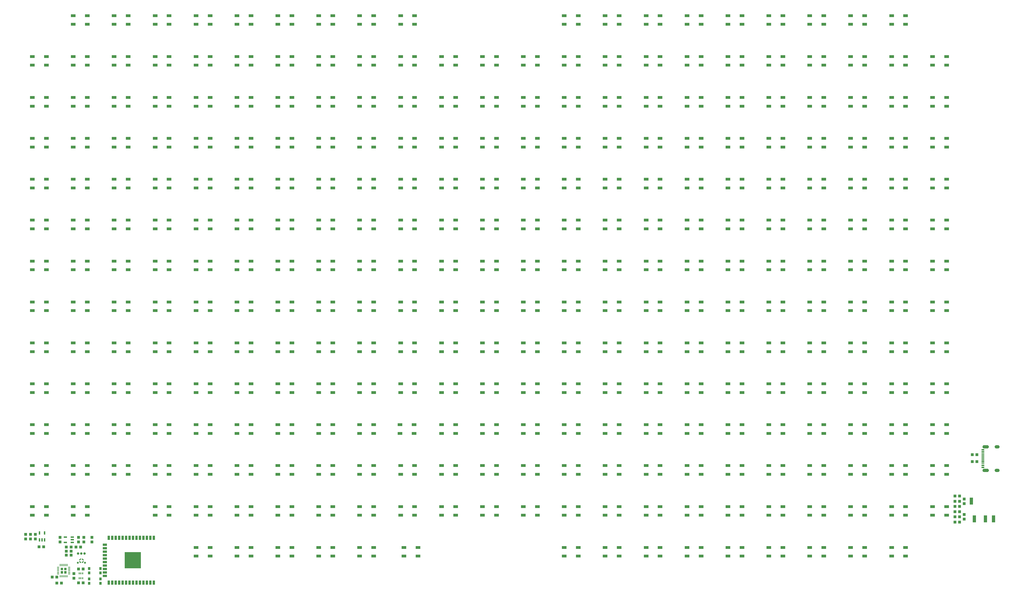
<source format=gtp>
G04 EAGLE Gerber RS-274X export*
G75*
%MOMM*%
%FSLAX34Y34*%
%LPD*%
%INSolderpaste Top*%
%IPPOS*%
%AMOC8*
5,1,8,0,0,1.08239X$1,22.5*%
G01*
%ADD10R,1.000000X1.100000*%
%ADD11R,0.300000X0.660000*%
%ADD12R,1.100000X1.000000*%
%ADD13R,0.900000X1.000000*%
%ADD14R,0.900000X1.500000*%
%ADD15R,1.500000X0.900000*%
%ADD16R,6.000000X6.000000*%
%ADD17R,0.550000X1.200000*%
%ADD18R,1.016000X0.300000*%
%ADD19R,1.016000X0.600000*%
%ADD20R,1.016000X0.550000*%
%ADD21R,1.200000X2.500000*%
%ADD22C,0.030000*%
%ADD23C,0.700000*%
%ADD24C,0.900000*%
%ADD25R,1.200000X0.550000*%
%ADD26R,1.651000X1.000000*%

G36*
X3607855Y511584D02*
X3607855Y511584D01*
X3607858Y511581D01*
X3609125Y511786D01*
X3609131Y511792D01*
X3609136Y511789D01*
X3610325Y512271D01*
X3610329Y512278D01*
X3610335Y512276D01*
X3611388Y513010D01*
X3611390Y513018D01*
X3611396Y513017D01*
X3612259Y513967D01*
X3612260Y513976D01*
X3612265Y513976D01*
X3612895Y515095D01*
X3612894Y515103D01*
X3612900Y515105D01*
X3613265Y516335D01*
X3613262Y516342D01*
X3613266Y516345D01*
X3613265Y516345D01*
X3613267Y516346D01*
X3613349Y517627D01*
X3613347Y517631D01*
X3613349Y517633D01*
X3613267Y518914D01*
X3613261Y518920D01*
X3613265Y518925D01*
X3612900Y520155D01*
X3612893Y520160D01*
X3612895Y520165D01*
X3612265Y521284D01*
X3612258Y521287D01*
X3612259Y521293D01*
X3611396Y522243D01*
X3611388Y522244D01*
X3611388Y522250D01*
X3610335Y522984D01*
X3610327Y522984D01*
X3610325Y522989D01*
X3609136Y523471D01*
X3609128Y523469D01*
X3609125Y523474D01*
X3607858Y523679D01*
X3607853Y523676D01*
X3607850Y523679D01*
X3595850Y523679D01*
X3595846Y523676D01*
X3595843Y523679D01*
X3594721Y523524D01*
X3594716Y523519D01*
X3594712Y523522D01*
X3593641Y523151D01*
X3593637Y523145D01*
X3593632Y523147D01*
X3592655Y522574D01*
X3592652Y522568D01*
X3592647Y522569D01*
X3591800Y521816D01*
X3591798Y521809D01*
X3591793Y521809D01*
X3591109Y520906D01*
X3591109Y520899D01*
X3591104Y520898D01*
X3590609Y519879D01*
X3590611Y519872D01*
X3590609Y519871D01*
X3590606Y519870D01*
X3590319Y518773D01*
X3590322Y518767D01*
X3590318Y518764D01*
X3590251Y517633D01*
X3590253Y517629D01*
X3590251Y517627D01*
X3590318Y516496D01*
X3590323Y516491D01*
X3590319Y516487D01*
X3590606Y515390D01*
X3590612Y515386D01*
X3590609Y515381D01*
X3591104Y514362D01*
X3591110Y514359D01*
X3591109Y514354D01*
X3591793Y513451D01*
X3591800Y513449D01*
X3591800Y513444D01*
X3592647Y512691D01*
X3592654Y512691D01*
X3592655Y512686D01*
X3593632Y512113D01*
X3593639Y512114D01*
X3593641Y512109D01*
X3594712Y511738D01*
X3594718Y511741D01*
X3594721Y511736D01*
X3595843Y511581D01*
X3595848Y511584D01*
X3595850Y511581D01*
X3607850Y511581D01*
X3607855Y511584D01*
G37*
G36*
X3607855Y425184D02*
X3607855Y425184D01*
X3607858Y425181D01*
X3609125Y425386D01*
X3609131Y425392D01*
X3609136Y425389D01*
X3610325Y425871D01*
X3610329Y425878D01*
X3610335Y425876D01*
X3611388Y426610D01*
X3611390Y426618D01*
X3611396Y426617D01*
X3612259Y427567D01*
X3612260Y427576D01*
X3612265Y427576D01*
X3612895Y428695D01*
X3612894Y428703D01*
X3612900Y428705D01*
X3613265Y429935D01*
X3613262Y429942D01*
X3613266Y429945D01*
X3613265Y429945D01*
X3613267Y429946D01*
X3613349Y431227D01*
X3613347Y431231D01*
X3613349Y431233D01*
X3613267Y432514D01*
X3613261Y432520D01*
X3613265Y432525D01*
X3612900Y433755D01*
X3612893Y433760D01*
X3612895Y433765D01*
X3612265Y434884D01*
X3612258Y434887D01*
X3612259Y434893D01*
X3611396Y435843D01*
X3611388Y435844D01*
X3611388Y435850D01*
X3610335Y436584D01*
X3610327Y436584D01*
X3610325Y436589D01*
X3609136Y437071D01*
X3609128Y437069D01*
X3609125Y437074D01*
X3607858Y437279D01*
X3607853Y437276D01*
X3607850Y437279D01*
X3595850Y437279D01*
X3595846Y437276D01*
X3595843Y437279D01*
X3594721Y437124D01*
X3594716Y437119D01*
X3594712Y437122D01*
X3593641Y436751D01*
X3593637Y436745D01*
X3593632Y436747D01*
X3592655Y436174D01*
X3592652Y436168D01*
X3592647Y436169D01*
X3591800Y435416D01*
X3591798Y435409D01*
X3591793Y435409D01*
X3591109Y434506D01*
X3591109Y434499D01*
X3591104Y434498D01*
X3590609Y433479D01*
X3590611Y433472D01*
X3590609Y433471D01*
X3590606Y433470D01*
X3590319Y432373D01*
X3590322Y432367D01*
X3590318Y432364D01*
X3590251Y431233D01*
X3590253Y431229D01*
X3590251Y431227D01*
X3590318Y430096D01*
X3590323Y430091D01*
X3590319Y430087D01*
X3590606Y428990D01*
X3590612Y428986D01*
X3590609Y428981D01*
X3591104Y427962D01*
X3591110Y427959D01*
X3591109Y427954D01*
X3591793Y427051D01*
X3591800Y427049D01*
X3591800Y427044D01*
X3592647Y426291D01*
X3592654Y426291D01*
X3592655Y426286D01*
X3593632Y425713D01*
X3593639Y425714D01*
X3593641Y425709D01*
X3594712Y425338D01*
X3594718Y425341D01*
X3594721Y425336D01*
X3595843Y425181D01*
X3595848Y425184D01*
X3595850Y425181D01*
X3607850Y425181D01*
X3607855Y425184D01*
G37*
G36*
X3646654Y511583D02*
X3646654Y511583D01*
X3646656Y511581D01*
X3647985Y511736D01*
X3647991Y511742D01*
X3647995Y511739D01*
X3649256Y512186D01*
X3649261Y512193D01*
X3649266Y512191D01*
X3650396Y512908D01*
X3650399Y512915D01*
X3650405Y512914D01*
X3651347Y513865D01*
X3651348Y513873D01*
X3651354Y513873D01*
X3652061Y515009D01*
X3652061Y515014D01*
X3652062Y515015D01*
X3652061Y515017D01*
X3652066Y515019D01*
X3652502Y516284D01*
X3652500Y516292D01*
X3652505Y516295D01*
X3652649Y517625D01*
X3652645Y517631D01*
X3652649Y517635D01*
X3652539Y518801D01*
X3652534Y518806D01*
X3652537Y518810D01*
X3652202Y519933D01*
X3652196Y519937D01*
X3652198Y519941D01*
X3651650Y520977D01*
X3651644Y520980D01*
X3651645Y520985D01*
X3650906Y521893D01*
X3650899Y521895D01*
X3650899Y521900D01*
X3649997Y522647D01*
X3649990Y522647D01*
X3649989Y522653D01*
X3648958Y523209D01*
X3648951Y523208D01*
X3648949Y523213D01*
X3647830Y523557D01*
X3647823Y523555D01*
X3647820Y523559D01*
X3646655Y523679D01*
X3646652Y523677D01*
X3646650Y523679D01*
X3640650Y523679D01*
X3640647Y523677D01*
X3640645Y523679D01*
X3639469Y523568D01*
X3639464Y523563D01*
X3639460Y523566D01*
X3638328Y523228D01*
X3638324Y523222D01*
X3638319Y523224D01*
X3637275Y522672D01*
X3637272Y522665D01*
X3637267Y522667D01*
X3636351Y521921D01*
X3636350Y521914D01*
X3636344Y521914D01*
X3635591Y521005D01*
X3635591Y520997D01*
X3635586Y520997D01*
X3635025Y519957D01*
X3635026Y519950D01*
X3635021Y519948D01*
X3634674Y518819D01*
X3634676Y518813D01*
X3634672Y518810D01*
X3634551Y517635D01*
X3634555Y517628D01*
X3634551Y517624D01*
X3634708Y516284D01*
X3634713Y516278D01*
X3634710Y516273D01*
X3635161Y515002D01*
X3635168Y514997D01*
X3635166Y514992D01*
X3635888Y513853D01*
X3635896Y513850D01*
X3635895Y513844D01*
X3636853Y512894D01*
X3636861Y512893D01*
X3636862Y512887D01*
X3638007Y512174D01*
X3638016Y512175D01*
X3638017Y512169D01*
X3639293Y511729D01*
X3639300Y511731D01*
X3639302Y511729D01*
X3639303Y511727D01*
X3640645Y511581D01*
X3640648Y511583D01*
X3640650Y511581D01*
X3646650Y511581D01*
X3646654Y511583D01*
G37*
G36*
X3646654Y425183D02*
X3646654Y425183D01*
X3646656Y425181D01*
X3647985Y425336D01*
X3647991Y425342D01*
X3647995Y425339D01*
X3649256Y425786D01*
X3649261Y425793D01*
X3649266Y425791D01*
X3650396Y426508D01*
X3650399Y426515D01*
X3650405Y426514D01*
X3651347Y427465D01*
X3651348Y427473D01*
X3651354Y427473D01*
X3652061Y428609D01*
X3652061Y428614D01*
X3652062Y428615D01*
X3652061Y428617D01*
X3652066Y428619D01*
X3652502Y429884D01*
X3652500Y429892D01*
X3652505Y429895D01*
X3652649Y431225D01*
X3652645Y431231D01*
X3652649Y431235D01*
X3652539Y432401D01*
X3652534Y432406D01*
X3652537Y432410D01*
X3652202Y433533D01*
X3652196Y433537D01*
X3652198Y433541D01*
X3651650Y434577D01*
X3651644Y434580D01*
X3651645Y434585D01*
X3650906Y435493D01*
X3650899Y435495D01*
X3650899Y435500D01*
X3649997Y436247D01*
X3649990Y436247D01*
X3649989Y436253D01*
X3648958Y436809D01*
X3648951Y436808D01*
X3648949Y436813D01*
X3647830Y437157D01*
X3647823Y437155D01*
X3647820Y437159D01*
X3646655Y437279D01*
X3646652Y437277D01*
X3646650Y437279D01*
X3640650Y437279D01*
X3640647Y437277D01*
X3640645Y437279D01*
X3639469Y437168D01*
X3639464Y437163D01*
X3639460Y437166D01*
X3638328Y436828D01*
X3638324Y436822D01*
X3638319Y436824D01*
X3637275Y436272D01*
X3637272Y436265D01*
X3637267Y436267D01*
X3636351Y435521D01*
X3636350Y435514D01*
X3636344Y435514D01*
X3635591Y434605D01*
X3635591Y434597D01*
X3635586Y434597D01*
X3635025Y433557D01*
X3635026Y433550D01*
X3635021Y433548D01*
X3634674Y432419D01*
X3634676Y432413D01*
X3634672Y432410D01*
X3634551Y431235D01*
X3634555Y431228D01*
X3634551Y431224D01*
X3634708Y429884D01*
X3634713Y429878D01*
X3634710Y429873D01*
X3635161Y428602D01*
X3635168Y428597D01*
X3635166Y428592D01*
X3635888Y427453D01*
X3635896Y427450D01*
X3635895Y427444D01*
X3636853Y426494D01*
X3636861Y426493D01*
X3636862Y426487D01*
X3638007Y425774D01*
X3638016Y425775D01*
X3638017Y425769D01*
X3639293Y425329D01*
X3639300Y425331D01*
X3639302Y425329D01*
X3639303Y425327D01*
X3640645Y425181D01*
X3640648Y425183D01*
X3640650Y425181D01*
X3646650Y425181D01*
X3646654Y425183D01*
G37*
G36*
X218865Y65377D02*
X218865Y65377D01*
X218931Y65379D01*
X218974Y65397D01*
X219021Y65405D01*
X219078Y65439D01*
X219138Y65464D01*
X219173Y65495D01*
X219214Y65520D01*
X219256Y65571D01*
X219304Y65615D01*
X219326Y65657D01*
X219355Y65694D01*
X219376Y65756D01*
X219407Y65815D01*
X219415Y65869D01*
X219427Y65906D01*
X219426Y65946D01*
X219434Y66000D01*
X219434Y73500D01*
X219423Y73565D01*
X219421Y73631D01*
X219403Y73674D01*
X219395Y73721D01*
X219361Y73778D01*
X219336Y73838D01*
X219305Y73873D01*
X219280Y73914D01*
X219229Y73956D01*
X219185Y74004D01*
X219143Y74026D01*
X219106Y74055D01*
X219044Y74076D01*
X218985Y74107D01*
X218931Y74115D01*
X218894Y74127D01*
X218854Y74126D01*
X218800Y74134D01*
X211300Y74134D01*
X211235Y74123D01*
X211169Y74121D01*
X211126Y74103D01*
X211079Y74095D01*
X211022Y74061D01*
X210962Y74036D01*
X210927Y74005D01*
X210886Y73980D01*
X210845Y73929D01*
X210796Y73885D01*
X210774Y73843D01*
X210745Y73806D01*
X210724Y73744D01*
X210693Y73685D01*
X210685Y73631D01*
X210673Y73594D01*
X210674Y73554D01*
X210666Y73500D01*
X210666Y66000D01*
X210677Y65935D01*
X210679Y65869D01*
X210697Y65826D01*
X210705Y65779D01*
X210739Y65722D01*
X210764Y65662D01*
X210795Y65627D01*
X210820Y65586D01*
X210871Y65545D01*
X210915Y65496D01*
X210957Y65474D01*
X210994Y65445D01*
X211056Y65424D01*
X211115Y65393D01*
X211169Y65385D01*
X211206Y65373D01*
X211246Y65374D01*
X211300Y65366D01*
X218800Y65366D01*
X218865Y65377D01*
G37*
G36*
X231365Y65377D02*
X231365Y65377D01*
X231431Y65379D01*
X231474Y65397D01*
X231521Y65405D01*
X231578Y65439D01*
X231638Y65464D01*
X231673Y65495D01*
X231714Y65520D01*
X231756Y65571D01*
X231804Y65615D01*
X231826Y65657D01*
X231855Y65694D01*
X231876Y65756D01*
X231907Y65815D01*
X231915Y65869D01*
X231927Y65906D01*
X231926Y65946D01*
X231934Y66000D01*
X231934Y73500D01*
X231923Y73565D01*
X231921Y73631D01*
X231903Y73674D01*
X231895Y73721D01*
X231861Y73778D01*
X231836Y73838D01*
X231805Y73873D01*
X231780Y73914D01*
X231729Y73956D01*
X231685Y74004D01*
X231643Y74026D01*
X231606Y74055D01*
X231544Y74076D01*
X231485Y74107D01*
X231431Y74115D01*
X231394Y74127D01*
X231354Y74126D01*
X231300Y74134D01*
X223800Y74134D01*
X223735Y74123D01*
X223669Y74121D01*
X223626Y74103D01*
X223579Y74095D01*
X223522Y74061D01*
X223462Y74036D01*
X223427Y74005D01*
X223386Y73980D01*
X223345Y73929D01*
X223296Y73885D01*
X223274Y73843D01*
X223245Y73806D01*
X223224Y73744D01*
X223193Y73685D01*
X223185Y73631D01*
X223173Y73594D01*
X223174Y73554D01*
X223166Y73500D01*
X223166Y66000D01*
X223177Y65935D01*
X223179Y65869D01*
X223197Y65826D01*
X223205Y65779D01*
X223239Y65722D01*
X223264Y65662D01*
X223295Y65627D01*
X223320Y65586D01*
X223371Y65545D01*
X223415Y65496D01*
X223457Y65474D01*
X223494Y65445D01*
X223556Y65424D01*
X223615Y65393D01*
X223669Y65385D01*
X223706Y65373D01*
X223746Y65374D01*
X223800Y65366D01*
X231300Y65366D01*
X231365Y65377D01*
G37*
G36*
X231365Y52877D02*
X231365Y52877D01*
X231431Y52879D01*
X231474Y52897D01*
X231521Y52905D01*
X231578Y52939D01*
X231638Y52964D01*
X231673Y52995D01*
X231714Y53020D01*
X231756Y53071D01*
X231804Y53115D01*
X231826Y53157D01*
X231855Y53194D01*
X231876Y53256D01*
X231907Y53315D01*
X231915Y53369D01*
X231927Y53406D01*
X231926Y53446D01*
X231934Y53500D01*
X231934Y61000D01*
X231923Y61065D01*
X231921Y61131D01*
X231903Y61174D01*
X231895Y61221D01*
X231861Y61278D01*
X231836Y61338D01*
X231805Y61373D01*
X231780Y61414D01*
X231729Y61456D01*
X231685Y61504D01*
X231643Y61526D01*
X231606Y61555D01*
X231544Y61576D01*
X231485Y61607D01*
X231431Y61615D01*
X231394Y61627D01*
X231354Y61626D01*
X231300Y61634D01*
X223800Y61634D01*
X223735Y61623D01*
X223669Y61621D01*
X223626Y61603D01*
X223579Y61595D01*
X223522Y61561D01*
X223462Y61536D01*
X223427Y61505D01*
X223386Y61480D01*
X223345Y61429D01*
X223296Y61385D01*
X223274Y61343D01*
X223245Y61306D01*
X223224Y61244D01*
X223193Y61185D01*
X223185Y61131D01*
X223173Y61094D01*
X223174Y61054D01*
X223166Y61000D01*
X223166Y53500D01*
X223177Y53435D01*
X223179Y53369D01*
X223197Y53326D01*
X223205Y53279D01*
X223239Y53222D01*
X223264Y53162D01*
X223295Y53127D01*
X223320Y53086D01*
X223371Y53045D01*
X223415Y52996D01*
X223457Y52974D01*
X223494Y52945D01*
X223556Y52924D01*
X223615Y52893D01*
X223669Y52885D01*
X223706Y52873D01*
X223746Y52874D01*
X223800Y52866D01*
X231300Y52866D01*
X231365Y52877D01*
G37*
G36*
X218865Y52877D02*
X218865Y52877D01*
X218931Y52879D01*
X218974Y52897D01*
X219021Y52905D01*
X219078Y52939D01*
X219138Y52964D01*
X219173Y52995D01*
X219214Y53020D01*
X219256Y53071D01*
X219304Y53115D01*
X219326Y53157D01*
X219355Y53194D01*
X219376Y53256D01*
X219407Y53315D01*
X219415Y53369D01*
X219427Y53406D01*
X219426Y53446D01*
X219434Y53500D01*
X219434Y61000D01*
X219423Y61065D01*
X219421Y61131D01*
X219403Y61174D01*
X219395Y61221D01*
X219361Y61278D01*
X219336Y61338D01*
X219305Y61373D01*
X219280Y61414D01*
X219229Y61456D01*
X219185Y61504D01*
X219143Y61526D01*
X219106Y61555D01*
X219044Y61576D01*
X218985Y61607D01*
X218931Y61615D01*
X218894Y61627D01*
X218854Y61626D01*
X218800Y61634D01*
X211300Y61634D01*
X211235Y61623D01*
X211169Y61621D01*
X211126Y61603D01*
X211079Y61595D01*
X211022Y61561D01*
X210962Y61536D01*
X210927Y61505D01*
X210886Y61480D01*
X210845Y61429D01*
X210796Y61385D01*
X210774Y61343D01*
X210745Y61306D01*
X210724Y61244D01*
X210693Y61185D01*
X210685Y61131D01*
X210673Y61094D01*
X210674Y61054D01*
X210666Y61000D01*
X210666Y53500D01*
X210677Y53435D01*
X210679Y53369D01*
X210697Y53326D01*
X210705Y53279D01*
X210739Y53222D01*
X210764Y53162D01*
X210795Y53127D01*
X210820Y53086D01*
X210871Y53045D01*
X210915Y52996D01*
X210957Y52974D01*
X210994Y52945D01*
X211056Y52924D01*
X211115Y52893D01*
X211169Y52885D01*
X211206Y52873D01*
X211246Y52874D01*
X211300Y52866D01*
X218800Y52866D01*
X218865Y52877D01*
G37*
G36*
X230047Y80087D02*
X230047Y80087D01*
X230042Y80094D01*
X230049Y80100D01*
X230049Y87900D01*
X230013Y87947D01*
X230006Y87942D01*
X230000Y87949D01*
X227600Y87949D01*
X227553Y87913D01*
X227558Y87906D01*
X227551Y87900D01*
X227551Y80100D01*
X227587Y80053D01*
X227594Y80058D01*
X227600Y80051D01*
X230000Y80051D01*
X230047Y80087D01*
G37*
G36*
X215047Y80087D02*
X215047Y80087D01*
X215042Y80094D01*
X215049Y80100D01*
X215049Y87900D01*
X215013Y87947D01*
X215006Y87942D01*
X215000Y87949D01*
X212600Y87949D01*
X212553Y87913D01*
X212558Y87906D01*
X212551Y87900D01*
X212551Y80100D01*
X212587Y80053D01*
X212594Y80058D01*
X212600Y80051D01*
X215000Y80051D01*
X215047Y80087D01*
G37*
G36*
X235047Y80087D02*
X235047Y80087D01*
X235042Y80094D01*
X235049Y80100D01*
X235049Y87900D01*
X235013Y87947D01*
X235006Y87942D01*
X235000Y87949D01*
X232600Y87949D01*
X232553Y87913D01*
X232558Y87906D01*
X232551Y87900D01*
X232551Y80100D01*
X232587Y80053D01*
X232594Y80058D01*
X232600Y80051D01*
X235000Y80051D01*
X235047Y80087D01*
G37*
G36*
X225047Y80087D02*
X225047Y80087D01*
X225042Y80094D01*
X225049Y80100D01*
X225049Y87900D01*
X225013Y87947D01*
X225006Y87942D01*
X225000Y87949D01*
X222600Y87949D01*
X222553Y87913D01*
X222558Y87906D01*
X222551Y87900D01*
X222551Y80100D01*
X222587Y80053D01*
X222594Y80058D01*
X222600Y80051D01*
X225000Y80051D01*
X225047Y80087D01*
G37*
G36*
X220047Y80087D02*
X220047Y80087D01*
X220042Y80094D01*
X220049Y80100D01*
X220049Y87900D01*
X220013Y87947D01*
X220006Y87942D01*
X220000Y87949D01*
X217600Y87949D01*
X217553Y87913D01*
X217558Y87906D01*
X217551Y87900D01*
X217551Y80100D01*
X217587Y80053D01*
X217594Y80058D01*
X217600Y80051D01*
X220000Y80051D01*
X220047Y80087D01*
G37*
G36*
X210047Y80087D02*
X210047Y80087D01*
X210042Y80094D01*
X210049Y80100D01*
X210049Y87900D01*
X210013Y87947D01*
X210006Y87942D01*
X210000Y87949D01*
X207600Y87949D01*
X207553Y87913D01*
X207558Y87906D01*
X207551Y87900D01*
X207551Y80100D01*
X207587Y80053D01*
X207594Y80058D01*
X207600Y80051D01*
X210000Y80051D01*
X210047Y80087D01*
G37*
G36*
X245747Y74787D02*
X245747Y74787D01*
X245742Y74794D01*
X245749Y74800D01*
X245749Y77200D01*
X245713Y77247D01*
X245706Y77242D01*
X245700Y77249D01*
X237900Y77249D01*
X237853Y77213D01*
X237858Y77206D01*
X237851Y77200D01*
X237851Y74800D01*
X237887Y74753D01*
X237894Y74758D01*
X237900Y74751D01*
X245700Y74751D01*
X245747Y74787D01*
G37*
G36*
X204747Y74787D02*
X204747Y74787D01*
X204742Y74794D01*
X204749Y74800D01*
X204749Y77200D01*
X204713Y77247D01*
X204706Y77242D01*
X204700Y77249D01*
X196900Y77249D01*
X196853Y77213D01*
X196858Y77206D01*
X196851Y77200D01*
X196851Y74800D01*
X196887Y74753D01*
X196894Y74758D01*
X196900Y74751D01*
X204700Y74751D01*
X204747Y74787D01*
G37*
G36*
X245747Y69787D02*
X245747Y69787D01*
X245742Y69794D01*
X245749Y69800D01*
X245749Y72200D01*
X245713Y72247D01*
X245706Y72242D01*
X245700Y72249D01*
X237900Y72249D01*
X237853Y72213D01*
X237858Y72206D01*
X237851Y72200D01*
X237851Y69800D01*
X237887Y69753D01*
X237894Y69758D01*
X237900Y69751D01*
X245700Y69751D01*
X245747Y69787D01*
G37*
G36*
X204747Y69787D02*
X204747Y69787D01*
X204742Y69794D01*
X204749Y69800D01*
X204749Y72200D01*
X204713Y72247D01*
X204706Y72242D01*
X204700Y72249D01*
X196900Y72249D01*
X196853Y72213D01*
X196858Y72206D01*
X196851Y72200D01*
X196851Y69800D01*
X196887Y69753D01*
X196894Y69758D01*
X196900Y69751D01*
X204700Y69751D01*
X204747Y69787D01*
G37*
G36*
X245747Y64787D02*
X245747Y64787D01*
X245742Y64794D01*
X245749Y64800D01*
X245749Y67200D01*
X245713Y67247D01*
X245706Y67242D01*
X245700Y67249D01*
X237900Y67249D01*
X237853Y67213D01*
X237858Y67206D01*
X237851Y67200D01*
X237851Y64800D01*
X237887Y64753D01*
X237894Y64758D01*
X237900Y64751D01*
X245700Y64751D01*
X245747Y64787D01*
G37*
G36*
X204747Y64787D02*
X204747Y64787D01*
X204742Y64794D01*
X204749Y64800D01*
X204749Y67200D01*
X204713Y67247D01*
X204706Y67242D01*
X204700Y67249D01*
X196900Y67249D01*
X196853Y67213D01*
X196858Y67206D01*
X196851Y67200D01*
X196851Y64800D01*
X196887Y64753D01*
X196894Y64758D01*
X196900Y64751D01*
X204700Y64751D01*
X204747Y64787D01*
G37*
G36*
X204747Y59787D02*
X204747Y59787D01*
X204742Y59794D01*
X204749Y59800D01*
X204749Y62200D01*
X204713Y62247D01*
X204706Y62242D01*
X204700Y62249D01*
X196900Y62249D01*
X196853Y62213D01*
X196858Y62206D01*
X196851Y62200D01*
X196851Y59800D01*
X196887Y59753D01*
X196894Y59758D01*
X196900Y59751D01*
X204700Y59751D01*
X204747Y59787D01*
G37*
G36*
X245747Y59787D02*
X245747Y59787D01*
X245742Y59794D01*
X245749Y59800D01*
X245749Y62200D01*
X245713Y62247D01*
X245706Y62242D01*
X245700Y62249D01*
X237900Y62249D01*
X237853Y62213D01*
X237858Y62206D01*
X237851Y62200D01*
X237851Y59800D01*
X237887Y59753D01*
X237894Y59758D01*
X237900Y59751D01*
X245700Y59751D01*
X245747Y59787D01*
G37*
G36*
X245747Y54787D02*
X245747Y54787D01*
X245742Y54794D01*
X245749Y54800D01*
X245749Y57200D01*
X245713Y57247D01*
X245706Y57242D01*
X245700Y57249D01*
X237900Y57249D01*
X237853Y57213D01*
X237858Y57206D01*
X237851Y57200D01*
X237851Y54800D01*
X237887Y54753D01*
X237894Y54758D01*
X237900Y54751D01*
X245700Y54751D01*
X245747Y54787D01*
G37*
G36*
X204747Y54787D02*
X204747Y54787D01*
X204742Y54794D01*
X204749Y54800D01*
X204749Y57200D01*
X204713Y57247D01*
X204706Y57242D01*
X204700Y57249D01*
X196900Y57249D01*
X196853Y57213D01*
X196858Y57206D01*
X196851Y57200D01*
X196851Y54800D01*
X196887Y54753D01*
X196894Y54758D01*
X196900Y54751D01*
X204700Y54751D01*
X204747Y54787D01*
G37*
G36*
X245747Y49787D02*
X245747Y49787D01*
X245742Y49794D01*
X245749Y49800D01*
X245749Y52200D01*
X245713Y52247D01*
X245706Y52242D01*
X245700Y52249D01*
X237900Y52249D01*
X237853Y52213D01*
X237858Y52206D01*
X237851Y52200D01*
X237851Y49800D01*
X237887Y49753D01*
X237894Y49758D01*
X237900Y49751D01*
X245700Y49751D01*
X245747Y49787D01*
G37*
G36*
X204747Y49787D02*
X204747Y49787D01*
X204742Y49794D01*
X204749Y49800D01*
X204749Y52200D01*
X204713Y52247D01*
X204706Y52242D01*
X204700Y52249D01*
X196900Y52249D01*
X196853Y52213D01*
X196858Y52206D01*
X196851Y52200D01*
X196851Y49800D01*
X196887Y49753D01*
X196894Y49758D01*
X196900Y49751D01*
X204700Y49751D01*
X204747Y49787D01*
G37*
G36*
X220047Y39087D02*
X220047Y39087D01*
X220042Y39094D01*
X220049Y39100D01*
X220049Y46900D01*
X220013Y46947D01*
X220006Y46942D01*
X220000Y46949D01*
X217600Y46949D01*
X217553Y46913D01*
X217558Y46906D01*
X217551Y46900D01*
X217551Y39100D01*
X217587Y39053D01*
X217594Y39058D01*
X217600Y39051D01*
X220000Y39051D01*
X220047Y39087D01*
G37*
G36*
X230047Y39087D02*
X230047Y39087D01*
X230042Y39094D01*
X230049Y39100D01*
X230049Y46900D01*
X230013Y46947D01*
X230006Y46942D01*
X230000Y46949D01*
X227600Y46949D01*
X227553Y46913D01*
X227558Y46906D01*
X227551Y46900D01*
X227551Y39100D01*
X227587Y39053D01*
X227594Y39058D01*
X227600Y39051D01*
X230000Y39051D01*
X230047Y39087D01*
G37*
G36*
X210047Y39087D02*
X210047Y39087D01*
X210042Y39094D01*
X210049Y39100D01*
X210049Y46900D01*
X210013Y46947D01*
X210006Y46942D01*
X210000Y46949D01*
X207600Y46949D01*
X207553Y46913D01*
X207558Y46906D01*
X207551Y46900D01*
X207551Y39100D01*
X207587Y39053D01*
X207594Y39058D01*
X207600Y39051D01*
X210000Y39051D01*
X210047Y39087D01*
G37*
G36*
X225047Y39087D02*
X225047Y39087D01*
X225042Y39094D01*
X225049Y39100D01*
X225049Y46900D01*
X225013Y46947D01*
X225006Y46942D01*
X225000Y46949D01*
X222600Y46949D01*
X222553Y46913D01*
X222558Y46906D01*
X222551Y46900D01*
X222551Y39100D01*
X222587Y39053D01*
X222594Y39058D01*
X222600Y39051D01*
X225000Y39051D01*
X225047Y39087D01*
G37*
G36*
X215047Y39087D02*
X215047Y39087D01*
X215042Y39094D01*
X215049Y39100D01*
X215049Y46900D01*
X215013Y46947D01*
X215006Y46942D01*
X215000Y46949D01*
X212600Y46949D01*
X212553Y46913D01*
X212558Y46906D01*
X212551Y46900D01*
X212551Y39100D01*
X212587Y39053D01*
X212594Y39058D01*
X212600Y39051D01*
X215000Y39051D01*
X215047Y39087D01*
G37*
G36*
X235047Y39087D02*
X235047Y39087D01*
X235042Y39094D01*
X235049Y39100D01*
X235049Y46900D01*
X235013Y46947D01*
X235006Y46942D01*
X235000Y46949D01*
X232600Y46949D01*
X232553Y46913D01*
X232558Y46906D01*
X232551Y46900D01*
X232551Y39100D01*
X232587Y39053D01*
X232594Y39058D01*
X232600Y39051D01*
X235000Y39051D01*
X235047Y39087D01*
G37*
D10*
X117500Y196500D03*
X117500Y179500D03*
D11*
X278300Y35250D03*
X284800Y53650D03*
X291300Y53650D03*
X278300Y53650D03*
X284800Y35250D03*
X291300Y35250D03*
D12*
X196600Y17900D03*
X213600Y17900D03*
X276300Y19050D03*
X293300Y19050D03*
X276300Y69850D03*
X293300Y69850D03*
D10*
X259400Y52950D03*
X259400Y35950D03*
D13*
X315100Y55500D03*
X315100Y71500D03*
X356100Y71500D03*
X356100Y55500D03*
X356100Y33400D03*
X356100Y17400D03*
X315100Y17400D03*
X315100Y33400D03*
D14*
X552300Y183980D03*
X539600Y183980D03*
X526900Y183980D03*
X514200Y183980D03*
X501500Y183980D03*
X488800Y183980D03*
X476100Y183980D03*
X463400Y183980D03*
X450700Y183980D03*
X438000Y183980D03*
X425300Y183980D03*
X412600Y183980D03*
X399900Y183980D03*
X387200Y183980D03*
D15*
X372300Y158750D03*
X372300Y146050D03*
X372300Y133350D03*
X372300Y120650D03*
X372300Y107950D03*
X372300Y95250D03*
X372300Y82550D03*
X372300Y69850D03*
X372300Y57150D03*
X372300Y44450D03*
D14*
X387200Y19220D03*
X399900Y19220D03*
X412600Y19220D03*
X425300Y19220D03*
X438000Y19220D03*
X450700Y19220D03*
X463400Y19220D03*
X476100Y19220D03*
X488800Y19220D03*
X501500Y19220D03*
X514200Y19220D03*
X526900Y19220D03*
X539600Y19220D03*
X552300Y19220D03*
D16*
X475300Y101600D03*
D17*
X132700Y175799D03*
X142200Y175799D03*
X151700Y175799D03*
X151700Y201801D03*
X132700Y201801D03*
D18*
X3591110Y481930D03*
X3591110Y476930D03*
D19*
X3591110Y506680D03*
D20*
X3591110Y498930D03*
D18*
X3591110Y491930D03*
X3591110Y486930D03*
X3591110Y466930D03*
X3591110Y471930D03*
D19*
X3591110Y442180D03*
D20*
X3591110Y449930D03*
D18*
X3591110Y456930D03*
X3591110Y461930D03*
D12*
X3552400Y488400D03*
X3569400Y488400D03*
X3552400Y463000D03*
X3569400Y463000D03*
D21*
X3560500Y253500D03*
X3549500Y318500D03*
X3600500Y253500D03*
X3630500Y253500D03*
D22*
X283917Y108047D02*
X284697Y105462D01*
X284553Y105413D01*
X284411Y105360D01*
X284270Y105303D01*
X284131Y105243D01*
X283993Y105179D01*
X283857Y105112D01*
X283722Y105042D01*
X283590Y104968D01*
X283459Y104890D01*
X283331Y104809D01*
X283204Y104725D01*
X283080Y104638D01*
X282958Y104548D01*
X282838Y104454D01*
X282721Y104358D01*
X282606Y104259D01*
X282494Y104156D01*
X282385Y104051D01*
X282278Y103943D01*
X282174Y103833D01*
X282073Y103719D01*
X281974Y103604D01*
X281879Y103485D01*
X281787Y103365D01*
X281698Y103242D01*
X281612Y103117D01*
X281529Y102989D01*
X281450Y102860D01*
X281374Y102729D01*
X281301Y102595D01*
X281232Y102460D01*
X281166Y102323D01*
X281103Y102185D01*
X281045Y102045D01*
X280989Y101904D01*
X280938Y101761D01*
X280890Y101617D01*
X278297Y102370D01*
X278361Y102568D01*
X278429Y102764D01*
X278502Y102958D01*
X278580Y103151D01*
X278662Y103341D01*
X278749Y103530D01*
X278841Y103716D01*
X278937Y103900D01*
X279037Y104082D01*
X279142Y104261D01*
X279251Y104438D01*
X279364Y104612D01*
X279481Y104783D01*
X279602Y104952D01*
X279728Y105117D01*
X279857Y105280D01*
X279990Y105439D01*
X280127Y105595D01*
X280268Y105748D01*
X280412Y105897D01*
X280560Y106043D01*
X280711Y106185D01*
X280866Y106323D01*
X281024Y106458D01*
X281185Y106589D01*
X281349Y106716D01*
X281516Y106839D01*
X281686Y106958D01*
X281859Y107073D01*
X282035Y107184D01*
X282213Y107290D01*
X282394Y107392D01*
X282577Y107490D01*
X282762Y107583D01*
X282950Y107672D01*
X283140Y107757D01*
X283331Y107836D01*
X283525Y107912D01*
X283720Y107982D01*
X283917Y108048D01*
X283999Y107776D01*
X283809Y107712D01*
X283620Y107644D01*
X283433Y107571D01*
X283248Y107494D01*
X283065Y107413D01*
X282884Y107327D01*
X282705Y107237D01*
X282528Y107142D01*
X282353Y107043D01*
X282181Y106940D01*
X282012Y106833D01*
X281845Y106722D01*
X281680Y106607D01*
X281519Y106489D01*
X281360Y106366D01*
X281205Y106239D01*
X281052Y106109D01*
X280903Y105975D01*
X280757Y105838D01*
X280614Y105697D01*
X280474Y105553D01*
X280339Y105405D01*
X280206Y105255D01*
X280078Y105101D01*
X279953Y104944D01*
X279832Y104784D01*
X279714Y104622D01*
X279601Y104456D01*
X279492Y104288D01*
X279387Y104117D01*
X279285Y103944D01*
X279188Y103769D01*
X279096Y103591D01*
X279007Y103411D01*
X278923Y103229D01*
X278844Y103045D01*
X278768Y102859D01*
X278698Y102671D01*
X278631Y102482D01*
X278570Y102291D01*
X278842Y102212D01*
X278902Y102396D01*
X278966Y102578D01*
X279034Y102759D01*
X279107Y102939D01*
X279184Y103116D01*
X279265Y103292D01*
X279351Y103465D01*
X279440Y103637D01*
X279534Y103806D01*
X279631Y103973D01*
X279733Y104138D01*
X279838Y104300D01*
X279948Y104460D01*
X280061Y104617D01*
X280178Y104771D01*
X280298Y104922D01*
X280422Y105071D01*
X280550Y105216D01*
X280681Y105358D01*
X280816Y105497D01*
X280953Y105633D01*
X281094Y105766D01*
X281238Y105895D01*
X281386Y106020D01*
X281536Y106143D01*
X281689Y106261D01*
X281844Y106376D01*
X282003Y106487D01*
X282164Y106594D01*
X282328Y106697D01*
X282494Y106796D01*
X282662Y106892D01*
X282833Y106983D01*
X283005Y107070D01*
X283180Y107153D01*
X283357Y107232D01*
X283535Y107306D01*
X283716Y107377D01*
X283898Y107442D01*
X284081Y107504D01*
X284163Y107232D01*
X283982Y107171D01*
X283802Y107106D01*
X283624Y107036D01*
X283448Y106962D01*
X283274Y106883D01*
X283101Y106801D01*
X282931Y106714D01*
X282763Y106623D01*
X282597Y106528D01*
X282433Y106429D01*
X282272Y106325D01*
X282114Y106218D01*
X281958Y106107D01*
X281805Y105993D01*
X281655Y105874D01*
X281508Y105752D01*
X281364Y105627D01*
X281223Y105498D01*
X281085Y105365D01*
X280951Y105229D01*
X280820Y105090D01*
X280692Y104948D01*
X280568Y104802D01*
X280447Y104654D01*
X280330Y104503D01*
X280217Y104349D01*
X280108Y104192D01*
X280002Y104032D01*
X279901Y103870D01*
X279803Y103706D01*
X279710Y103539D01*
X279621Y103370D01*
X279536Y103199D01*
X279455Y103026D01*
X279378Y102850D01*
X279306Y102673D01*
X279238Y102495D01*
X279174Y102314D01*
X279115Y102133D01*
X279388Y102053D01*
X279445Y102228D01*
X279506Y102402D01*
X279572Y102573D01*
X279641Y102744D01*
X279715Y102912D01*
X279793Y103079D01*
X279875Y103243D01*
X279961Y103406D01*
X280051Y103566D01*
X280145Y103725D01*
X280243Y103881D01*
X280344Y104034D01*
X280449Y104185D01*
X280558Y104333D01*
X280671Y104479D01*
X280787Y104621D01*
X280906Y104761D01*
X281029Y104898D01*
X281155Y105032D01*
X281284Y105163D01*
X281417Y105290D01*
X281553Y105414D01*
X281691Y105535D01*
X281833Y105653D01*
X281977Y105767D01*
X282124Y105877D01*
X282274Y105984D01*
X282427Y106087D01*
X282581Y106186D01*
X282739Y106282D01*
X282898Y106373D01*
X283060Y106461D01*
X283224Y106544D01*
X283390Y106624D01*
X283557Y106700D01*
X283727Y106771D01*
X283898Y106838D01*
X284071Y106901D01*
X284245Y106960D01*
X284327Y106688D01*
X284160Y106632D01*
X283994Y106571D01*
X283829Y106506D01*
X283667Y106437D01*
X283505Y106365D01*
X283346Y106288D01*
X283189Y106208D01*
X283034Y106124D01*
X282880Y106035D01*
X282729Y105944D01*
X282581Y105848D01*
X282434Y105749D01*
X282290Y105647D01*
X282149Y105541D01*
X282010Y105431D01*
X281874Y105318D01*
X281741Y105202D01*
X281611Y105083D01*
X281484Y104960D01*
X281359Y104835D01*
X281238Y104706D01*
X281120Y104575D01*
X281005Y104440D01*
X280894Y104303D01*
X280786Y104163D01*
X280681Y104021D01*
X280580Y103876D01*
X280483Y103729D01*
X280389Y103579D01*
X280299Y103427D01*
X280212Y103273D01*
X280129Y103117D01*
X280051Y102959D01*
X279976Y102799D01*
X279905Y102637D01*
X279837Y102474D01*
X279774Y102309D01*
X279715Y102142D01*
X279661Y101974D01*
X279933Y101895D01*
X279986Y102056D01*
X280043Y102215D01*
X280103Y102374D01*
X280168Y102530D01*
X280236Y102686D01*
X280308Y102839D01*
X280384Y102991D01*
X280463Y103140D01*
X280546Y103288D01*
X280633Y103434D01*
X280723Y103577D01*
X280816Y103718D01*
X280913Y103857D01*
X281014Y103994D01*
X281117Y104128D01*
X281224Y104259D01*
X281334Y104388D01*
X281448Y104514D01*
X281564Y104638D01*
X281683Y104758D01*
X281805Y104875D01*
X281930Y104990D01*
X282058Y105101D01*
X282188Y105210D01*
X282321Y105315D01*
X282457Y105416D01*
X282595Y105515D01*
X282735Y105610D01*
X282877Y105701D01*
X283022Y105789D01*
X283169Y105874D01*
X283318Y105955D01*
X283469Y106032D01*
X283621Y106106D01*
X283776Y106175D01*
X283932Y106241D01*
X284090Y106303D01*
X284249Y106362D01*
X284409Y106416D01*
X284491Y106144D01*
X284338Y106092D01*
X284185Y106036D01*
X284035Y105976D01*
X283885Y105913D01*
X283737Y105846D01*
X283591Y105776D01*
X283447Y105702D01*
X283304Y105624D01*
X283164Y105543D01*
X283025Y105459D01*
X282889Y105371D01*
X282755Y105280D01*
X282623Y105186D01*
X282493Y105089D01*
X282366Y104988D01*
X282241Y104884D01*
X282119Y104778D01*
X281999Y104668D01*
X281882Y104556D01*
X281768Y104440D01*
X281657Y104322D01*
X281548Y104202D01*
X281443Y104078D01*
X281341Y103953D01*
X281241Y103824D01*
X281145Y103694D01*
X281052Y103561D01*
X280963Y103425D01*
X280877Y103288D01*
X280794Y103149D01*
X280714Y103007D01*
X280638Y102864D01*
X280565Y102719D01*
X280496Y102572D01*
X280431Y102424D01*
X280369Y102274D01*
X280311Y102122D01*
X280257Y101970D01*
X280206Y101815D01*
X280479Y101736D01*
X280529Y101887D01*
X280582Y102037D01*
X280640Y102185D01*
X280701Y102332D01*
X280765Y102477D01*
X280834Y102621D01*
X280905Y102763D01*
X280981Y102903D01*
X281060Y103041D01*
X281142Y103177D01*
X281227Y103311D01*
X281316Y103443D01*
X281408Y103573D01*
X281504Y103700D01*
X281602Y103825D01*
X281704Y103947D01*
X281809Y104067D01*
X281916Y104184D01*
X282027Y104299D01*
X282140Y104410D01*
X282256Y104519D01*
X282375Y104625D01*
X282496Y104728D01*
X282620Y104827D01*
X282746Y104924D01*
X282875Y105018D01*
X283006Y105108D01*
X283139Y105195D01*
X283274Y105278D01*
X283412Y105359D01*
X283551Y105435D01*
X283692Y105509D01*
X283835Y105578D01*
X283980Y105644D01*
X284126Y105707D01*
X284274Y105766D01*
X284423Y105821D01*
X284573Y105872D01*
X284655Y105600D01*
X284512Y105551D01*
X284370Y105498D01*
X284229Y105442D01*
X284090Y105383D01*
X283952Y105319D01*
X283816Y105253D01*
X283681Y105183D01*
X283548Y105110D01*
X283417Y105033D01*
X283289Y104953D01*
X283162Y104870D01*
X283037Y104784D01*
X282914Y104695D01*
X282794Y104603D01*
X282676Y104508D01*
X282560Y104410D01*
X282447Y104309D01*
X282336Y104205D01*
X282228Y104099D01*
X282123Y103990D01*
X282021Y103878D01*
X281921Y103764D01*
X281824Y103647D01*
X281730Y103528D01*
X281639Y103407D01*
X281551Y103284D01*
X281466Y103158D01*
X281385Y103030D01*
X281306Y102900D01*
X281231Y102769D01*
X281159Y102635D01*
X281091Y102500D01*
X281025Y102363D01*
X280964Y102225D01*
X280905Y102085D01*
X280851Y101943D01*
X280799Y101801D01*
X280752Y101657D01*
X294347Y102383D02*
X291762Y101603D01*
X291713Y101747D01*
X291660Y101889D01*
X291603Y102030D01*
X291543Y102169D01*
X291479Y102307D01*
X291412Y102443D01*
X291342Y102578D01*
X291268Y102710D01*
X291190Y102841D01*
X291109Y102969D01*
X291025Y103096D01*
X290938Y103220D01*
X290848Y103342D01*
X290754Y103462D01*
X290658Y103579D01*
X290559Y103694D01*
X290456Y103806D01*
X290351Y103915D01*
X290243Y104022D01*
X290133Y104126D01*
X290019Y104227D01*
X289904Y104326D01*
X289785Y104421D01*
X289665Y104513D01*
X289542Y104602D01*
X289417Y104688D01*
X289289Y104771D01*
X289160Y104850D01*
X289029Y104926D01*
X288895Y104999D01*
X288760Y105068D01*
X288623Y105134D01*
X288485Y105197D01*
X288345Y105255D01*
X288204Y105311D01*
X288061Y105362D01*
X287917Y105410D01*
X288670Y108003D01*
X288868Y107939D01*
X289064Y107871D01*
X289258Y107798D01*
X289451Y107720D01*
X289641Y107638D01*
X289830Y107551D01*
X290016Y107459D01*
X290200Y107363D01*
X290382Y107263D01*
X290561Y107158D01*
X290738Y107049D01*
X290912Y106936D01*
X291083Y106819D01*
X291252Y106698D01*
X291417Y106572D01*
X291580Y106443D01*
X291739Y106310D01*
X291895Y106173D01*
X292048Y106032D01*
X292197Y105888D01*
X292343Y105740D01*
X292485Y105589D01*
X292623Y105434D01*
X292758Y105276D01*
X292889Y105115D01*
X293016Y104951D01*
X293139Y104784D01*
X293258Y104614D01*
X293373Y104441D01*
X293484Y104265D01*
X293590Y104087D01*
X293692Y103906D01*
X293790Y103723D01*
X293883Y103538D01*
X293972Y103350D01*
X294057Y103160D01*
X294136Y102969D01*
X294212Y102775D01*
X294282Y102580D01*
X294348Y102383D01*
X294076Y102301D01*
X294012Y102491D01*
X293944Y102680D01*
X293871Y102867D01*
X293794Y103052D01*
X293713Y103235D01*
X293627Y103416D01*
X293537Y103595D01*
X293442Y103772D01*
X293343Y103947D01*
X293240Y104119D01*
X293133Y104288D01*
X293022Y104455D01*
X292907Y104620D01*
X292789Y104781D01*
X292666Y104940D01*
X292539Y105095D01*
X292409Y105248D01*
X292275Y105397D01*
X292138Y105543D01*
X291997Y105686D01*
X291853Y105826D01*
X291705Y105961D01*
X291555Y106094D01*
X291401Y106222D01*
X291244Y106347D01*
X291084Y106468D01*
X290922Y106586D01*
X290756Y106699D01*
X290588Y106808D01*
X290417Y106913D01*
X290244Y107015D01*
X290069Y107112D01*
X289891Y107204D01*
X289711Y107293D01*
X289529Y107377D01*
X289345Y107456D01*
X289159Y107532D01*
X288971Y107602D01*
X288782Y107669D01*
X288591Y107730D01*
X288512Y107458D01*
X288696Y107398D01*
X288878Y107334D01*
X289059Y107266D01*
X289239Y107193D01*
X289416Y107116D01*
X289592Y107035D01*
X289765Y106949D01*
X289937Y106860D01*
X290106Y106766D01*
X290273Y106669D01*
X290438Y106567D01*
X290600Y106462D01*
X290760Y106352D01*
X290917Y106239D01*
X291071Y106122D01*
X291222Y106002D01*
X291371Y105878D01*
X291516Y105750D01*
X291658Y105619D01*
X291797Y105484D01*
X291933Y105347D01*
X292066Y105206D01*
X292195Y105062D01*
X292320Y104914D01*
X292443Y104764D01*
X292561Y104611D01*
X292676Y104456D01*
X292787Y104297D01*
X292894Y104136D01*
X292997Y103972D01*
X293096Y103806D01*
X293192Y103638D01*
X293283Y103467D01*
X293370Y103295D01*
X293453Y103120D01*
X293532Y102943D01*
X293606Y102765D01*
X293677Y102584D01*
X293742Y102402D01*
X293804Y102219D01*
X293532Y102137D01*
X293471Y102318D01*
X293406Y102498D01*
X293336Y102676D01*
X293262Y102852D01*
X293183Y103026D01*
X293101Y103199D01*
X293014Y103369D01*
X292923Y103537D01*
X292828Y103703D01*
X292729Y103867D01*
X292625Y104028D01*
X292518Y104186D01*
X292407Y104342D01*
X292293Y104495D01*
X292174Y104645D01*
X292052Y104792D01*
X291927Y104936D01*
X291798Y105077D01*
X291665Y105215D01*
X291529Y105349D01*
X291390Y105480D01*
X291248Y105608D01*
X291102Y105732D01*
X290954Y105853D01*
X290803Y105970D01*
X290649Y106083D01*
X290492Y106192D01*
X290332Y106298D01*
X290170Y106399D01*
X290006Y106497D01*
X289839Y106590D01*
X289670Y106679D01*
X289499Y106764D01*
X289326Y106845D01*
X289150Y106922D01*
X288973Y106994D01*
X288795Y107062D01*
X288614Y107126D01*
X288433Y107185D01*
X288353Y106912D01*
X288528Y106855D01*
X288702Y106794D01*
X288873Y106728D01*
X289044Y106659D01*
X289212Y106585D01*
X289379Y106507D01*
X289543Y106425D01*
X289706Y106339D01*
X289866Y106249D01*
X290025Y106155D01*
X290181Y106057D01*
X290334Y105956D01*
X290485Y105851D01*
X290633Y105742D01*
X290779Y105629D01*
X290921Y105513D01*
X291061Y105394D01*
X291198Y105271D01*
X291332Y105145D01*
X291463Y105016D01*
X291590Y104883D01*
X291714Y104747D01*
X291835Y104609D01*
X291953Y104467D01*
X292067Y104323D01*
X292177Y104176D01*
X292284Y104026D01*
X292387Y103873D01*
X292486Y103719D01*
X292582Y103561D01*
X292673Y103402D01*
X292761Y103240D01*
X292844Y103076D01*
X292924Y102910D01*
X293000Y102743D01*
X293071Y102573D01*
X293138Y102402D01*
X293201Y102229D01*
X293260Y102055D01*
X292988Y101973D01*
X292932Y102140D01*
X292871Y102306D01*
X292806Y102471D01*
X292737Y102633D01*
X292665Y102795D01*
X292588Y102954D01*
X292508Y103111D01*
X292424Y103266D01*
X292335Y103420D01*
X292244Y103571D01*
X292148Y103719D01*
X292049Y103866D01*
X291947Y104010D01*
X291841Y104151D01*
X291731Y104290D01*
X291618Y104426D01*
X291502Y104559D01*
X291383Y104689D01*
X291260Y104816D01*
X291135Y104941D01*
X291006Y105062D01*
X290875Y105180D01*
X290740Y105295D01*
X290603Y105406D01*
X290463Y105514D01*
X290321Y105619D01*
X290176Y105720D01*
X290029Y105817D01*
X289879Y105911D01*
X289727Y106001D01*
X289573Y106088D01*
X289417Y106171D01*
X289259Y106249D01*
X289099Y106324D01*
X288937Y106395D01*
X288774Y106463D01*
X288609Y106526D01*
X288442Y106585D01*
X288274Y106639D01*
X288195Y106367D01*
X288356Y106314D01*
X288515Y106257D01*
X288674Y106197D01*
X288830Y106132D01*
X288986Y106064D01*
X289139Y105992D01*
X289291Y105916D01*
X289440Y105837D01*
X289588Y105754D01*
X289734Y105667D01*
X289877Y105577D01*
X290018Y105484D01*
X290157Y105387D01*
X290294Y105286D01*
X290428Y105183D01*
X290559Y105076D01*
X290688Y104966D01*
X290814Y104852D01*
X290938Y104736D01*
X291058Y104617D01*
X291175Y104495D01*
X291290Y104370D01*
X291401Y104242D01*
X291510Y104112D01*
X291615Y103979D01*
X291716Y103843D01*
X291815Y103705D01*
X291910Y103565D01*
X292001Y103423D01*
X292089Y103278D01*
X292174Y103131D01*
X292255Y102982D01*
X292332Y102831D01*
X292406Y102679D01*
X292475Y102524D01*
X292541Y102368D01*
X292603Y102210D01*
X292662Y102051D01*
X292716Y101891D01*
X292444Y101809D01*
X292392Y101962D01*
X292336Y102115D01*
X292276Y102265D01*
X292213Y102415D01*
X292146Y102563D01*
X292076Y102709D01*
X292002Y102853D01*
X291924Y102996D01*
X291843Y103136D01*
X291759Y103275D01*
X291671Y103411D01*
X291580Y103545D01*
X291486Y103677D01*
X291389Y103807D01*
X291288Y103934D01*
X291184Y104059D01*
X291078Y104181D01*
X290968Y104301D01*
X290856Y104418D01*
X290740Y104532D01*
X290622Y104643D01*
X290502Y104752D01*
X290378Y104857D01*
X290253Y104959D01*
X290124Y105059D01*
X289994Y105155D01*
X289861Y105248D01*
X289725Y105337D01*
X289588Y105423D01*
X289449Y105506D01*
X289307Y105586D01*
X289164Y105662D01*
X289019Y105735D01*
X288872Y105804D01*
X288724Y105869D01*
X288574Y105931D01*
X288422Y105989D01*
X288270Y106043D01*
X288115Y106094D01*
X288036Y105821D01*
X288187Y105771D01*
X288337Y105718D01*
X288485Y105660D01*
X288632Y105599D01*
X288777Y105535D01*
X288921Y105466D01*
X289063Y105395D01*
X289203Y105319D01*
X289341Y105240D01*
X289477Y105158D01*
X289611Y105073D01*
X289743Y104984D01*
X289873Y104892D01*
X290000Y104796D01*
X290125Y104698D01*
X290247Y104596D01*
X290367Y104491D01*
X290484Y104384D01*
X290599Y104273D01*
X290710Y104160D01*
X290819Y104044D01*
X290925Y103925D01*
X291028Y103804D01*
X291127Y103680D01*
X291224Y103554D01*
X291318Y103425D01*
X291408Y103294D01*
X291495Y103161D01*
X291578Y103026D01*
X291659Y102888D01*
X291735Y102749D01*
X291809Y102608D01*
X291878Y102465D01*
X291944Y102320D01*
X292007Y102174D01*
X292066Y102026D01*
X292121Y101877D01*
X292172Y101727D01*
X291900Y101645D01*
X291851Y101788D01*
X291798Y101930D01*
X291742Y102071D01*
X291683Y102210D01*
X291619Y102348D01*
X291553Y102484D01*
X291483Y102619D01*
X291410Y102752D01*
X291333Y102883D01*
X291253Y103011D01*
X291170Y103138D01*
X291084Y103263D01*
X290995Y103386D01*
X290903Y103506D01*
X290808Y103624D01*
X290710Y103740D01*
X290609Y103853D01*
X290505Y103964D01*
X290399Y104072D01*
X290290Y104177D01*
X290178Y104279D01*
X290064Y104379D01*
X289947Y104476D01*
X289828Y104570D01*
X289707Y104661D01*
X289584Y104749D01*
X289458Y104834D01*
X289330Y104915D01*
X289200Y104994D01*
X289069Y105069D01*
X288935Y105141D01*
X288800Y105209D01*
X288663Y105275D01*
X288525Y105336D01*
X288385Y105395D01*
X288243Y105449D01*
X288101Y105501D01*
X287957Y105548D01*
X278253Y97617D02*
X280838Y98397D01*
X280887Y98253D01*
X280940Y98111D01*
X280997Y97970D01*
X281057Y97831D01*
X281121Y97693D01*
X281188Y97557D01*
X281258Y97422D01*
X281332Y97290D01*
X281410Y97159D01*
X281491Y97031D01*
X281575Y96904D01*
X281662Y96780D01*
X281752Y96658D01*
X281846Y96538D01*
X281942Y96421D01*
X282041Y96306D01*
X282144Y96194D01*
X282249Y96085D01*
X282357Y95978D01*
X282467Y95874D01*
X282581Y95773D01*
X282696Y95674D01*
X282815Y95579D01*
X282935Y95487D01*
X283058Y95398D01*
X283183Y95312D01*
X283311Y95229D01*
X283440Y95150D01*
X283571Y95074D01*
X283705Y95001D01*
X283840Y94932D01*
X283977Y94866D01*
X284115Y94803D01*
X284255Y94745D01*
X284396Y94689D01*
X284539Y94638D01*
X284683Y94590D01*
X283930Y91997D01*
X283732Y92061D01*
X283536Y92129D01*
X283342Y92202D01*
X283149Y92280D01*
X282959Y92362D01*
X282770Y92449D01*
X282584Y92541D01*
X282400Y92637D01*
X282218Y92737D01*
X282039Y92842D01*
X281862Y92951D01*
X281688Y93064D01*
X281517Y93181D01*
X281348Y93302D01*
X281183Y93428D01*
X281020Y93557D01*
X280861Y93690D01*
X280705Y93827D01*
X280552Y93968D01*
X280403Y94112D01*
X280257Y94260D01*
X280115Y94411D01*
X279977Y94566D01*
X279842Y94724D01*
X279711Y94885D01*
X279584Y95049D01*
X279461Y95216D01*
X279342Y95386D01*
X279227Y95559D01*
X279116Y95735D01*
X279010Y95913D01*
X278908Y96094D01*
X278810Y96277D01*
X278717Y96462D01*
X278628Y96650D01*
X278543Y96840D01*
X278464Y97031D01*
X278388Y97225D01*
X278318Y97420D01*
X278252Y97617D01*
X278524Y97699D01*
X278588Y97509D01*
X278656Y97320D01*
X278729Y97133D01*
X278806Y96948D01*
X278887Y96765D01*
X278973Y96584D01*
X279063Y96405D01*
X279158Y96228D01*
X279257Y96053D01*
X279360Y95881D01*
X279467Y95712D01*
X279578Y95545D01*
X279693Y95380D01*
X279811Y95219D01*
X279934Y95060D01*
X280061Y94905D01*
X280191Y94752D01*
X280325Y94603D01*
X280462Y94457D01*
X280603Y94314D01*
X280747Y94174D01*
X280895Y94039D01*
X281045Y93906D01*
X281199Y93778D01*
X281356Y93653D01*
X281516Y93532D01*
X281678Y93414D01*
X281844Y93301D01*
X282012Y93192D01*
X282183Y93087D01*
X282356Y92985D01*
X282531Y92888D01*
X282709Y92796D01*
X282889Y92707D01*
X283071Y92623D01*
X283255Y92544D01*
X283441Y92468D01*
X283629Y92398D01*
X283818Y92331D01*
X284009Y92270D01*
X284088Y92542D01*
X283904Y92602D01*
X283722Y92666D01*
X283541Y92734D01*
X283361Y92807D01*
X283184Y92884D01*
X283008Y92965D01*
X282835Y93051D01*
X282663Y93140D01*
X282494Y93234D01*
X282327Y93331D01*
X282162Y93433D01*
X282000Y93538D01*
X281840Y93648D01*
X281683Y93761D01*
X281529Y93878D01*
X281378Y93998D01*
X281229Y94122D01*
X281084Y94250D01*
X280942Y94381D01*
X280803Y94516D01*
X280667Y94653D01*
X280534Y94794D01*
X280405Y94938D01*
X280280Y95086D01*
X280157Y95236D01*
X280039Y95389D01*
X279924Y95544D01*
X279813Y95703D01*
X279706Y95864D01*
X279603Y96028D01*
X279504Y96194D01*
X279408Y96362D01*
X279317Y96533D01*
X279230Y96705D01*
X279147Y96880D01*
X279068Y97057D01*
X278994Y97235D01*
X278923Y97416D01*
X278858Y97598D01*
X278796Y97781D01*
X279068Y97863D01*
X279129Y97682D01*
X279194Y97502D01*
X279264Y97324D01*
X279338Y97148D01*
X279417Y96974D01*
X279499Y96801D01*
X279586Y96631D01*
X279677Y96463D01*
X279772Y96297D01*
X279871Y96133D01*
X279975Y95972D01*
X280082Y95814D01*
X280193Y95658D01*
X280307Y95505D01*
X280426Y95355D01*
X280548Y95208D01*
X280673Y95064D01*
X280802Y94923D01*
X280935Y94785D01*
X281071Y94651D01*
X281210Y94520D01*
X281352Y94392D01*
X281498Y94268D01*
X281646Y94147D01*
X281797Y94030D01*
X281951Y93917D01*
X282108Y93808D01*
X282268Y93702D01*
X282430Y93601D01*
X282594Y93503D01*
X282761Y93410D01*
X282930Y93321D01*
X283101Y93236D01*
X283274Y93155D01*
X283450Y93078D01*
X283627Y93006D01*
X283805Y92938D01*
X283986Y92874D01*
X284167Y92815D01*
X284247Y93088D01*
X284072Y93145D01*
X283898Y93206D01*
X283727Y93272D01*
X283556Y93341D01*
X283388Y93415D01*
X283221Y93493D01*
X283057Y93575D01*
X282894Y93661D01*
X282734Y93751D01*
X282575Y93845D01*
X282419Y93943D01*
X282266Y94044D01*
X282115Y94149D01*
X281967Y94258D01*
X281821Y94371D01*
X281679Y94487D01*
X281539Y94606D01*
X281402Y94729D01*
X281268Y94855D01*
X281137Y94984D01*
X281010Y95117D01*
X280886Y95253D01*
X280765Y95391D01*
X280647Y95533D01*
X280533Y95677D01*
X280423Y95824D01*
X280316Y95974D01*
X280213Y96127D01*
X280114Y96281D01*
X280018Y96439D01*
X279927Y96598D01*
X279839Y96760D01*
X279756Y96924D01*
X279676Y97090D01*
X279600Y97257D01*
X279529Y97427D01*
X279462Y97598D01*
X279399Y97771D01*
X279340Y97945D01*
X279612Y98027D01*
X279668Y97860D01*
X279729Y97694D01*
X279794Y97529D01*
X279863Y97367D01*
X279935Y97205D01*
X280012Y97046D01*
X280092Y96889D01*
X280176Y96734D01*
X280265Y96580D01*
X280356Y96429D01*
X280452Y96281D01*
X280551Y96134D01*
X280653Y95990D01*
X280759Y95849D01*
X280869Y95710D01*
X280982Y95574D01*
X281098Y95441D01*
X281217Y95311D01*
X281340Y95184D01*
X281465Y95059D01*
X281594Y94938D01*
X281725Y94820D01*
X281860Y94705D01*
X281997Y94594D01*
X282137Y94486D01*
X282279Y94381D01*
X282424Y94280D01*
X282571Y94183D01*
X282721Y94089D01*
X282873Y93999D01*
X283027Y93912D01*
X283183Y93829D01*
X283341Y93751D01*
X283501Y93676D01*
X283663Y93605D01*
X283826Y93537D01*
X283991Y93474D01*
X284158Y93415D01*
X284326Y93361D01*
X284405Y93633D01*
X284244Y93686D01*
X284085Y93743D01*
X283926Y93803D01*
X283770Y93868D01*
X283614Y93936D01*
X283461Y94008D01*
X283309Y94084D01*
X283160Y94163D01*
X283012Y94246D01*
X282866Y94333D01*
X282723Y94423D01*
X282582Y94516D01*
X282443Y94613D01*
X282306Y94714D01*
X282172Y94817D01*
X282041Y94924D01*
X281912Y95034D01*
X281786Y95148D01*
X281662Y95264D01*
X281542Y95383D01*
X281425Y95505D01*
X281310Y95630D01*
X281199Y95758D01*
X281090Y95888D01*
X280985Y96021D01*
X280884Y96157D01*
X280785Y96295D01*
X280690Y96435D01*
X280599Y96577D01*
X280511Y96722D01*
X280426Y96869D01*
X280345Y97018D01*
X280268Y97169D01*
X280194Y97321D01*
X280125Y97476D01*
X280059Y97632D01*
X279997Y97790D01*
X279938Y97949D01*
X279884Y98109D01*
X280156Y98191D01*
X280208Y98038D01*
X280264Y97885D01*
X280324Y97735D01*
X280387Y97585D01*
X280454Y97437D01*
X280524Y97291D01*
X280598Y97147D01*
X280676Y97004D01*
X280757Y96864D01*
X280841Y96725D01*
X280929Y96589D01*
X281020Y96455D01*
X281114Y96323D01*
X281211Y96193D01*
X281312Y96066D01*
X281416Y95941D01*
X281522Y95819D01*
X281632Y95699D01*
X281744Y95582D01*
X281860Y95468D01*
X281978Y95357D01*
X282098Y95248D01*
X282222Y95143D01*
X282347Y95041D01*
X282476Y94941D01*
X282606Y94845D01*
X282739Y94752D01*
X282875Y94663D01*
X283012Y94577D01*
X283151Y94494D01*
X283293Y94414D01*
X283436Y94338D01*
X283581Y94265D01*
X283728Y94196D01*
X283876Y94131D01*
X284026Y94069D01*
X284178Y94011D01*
X284330Y93957D01*
X284485Y93906D01*
X284564Y94179D01*
X284413Y94229D01*
X284263Y94282D01*
X284115Y94340D01*
X283968Y94401D01*
X283823Y94465D01*
X283679Y94534D01*
X283537Y94605D01*
X283397Y94681D01*
X283259Y94760D01*
X283123Y94842D01*
X282989Y94927D01*
X282857Y95016D01*
X282727Y95108D01*
X282600Y95204D01*
X282475Y95302D01*
X282353Y95404D01*
X282233Y95509D01*
X282116Y95616D01*
X282001Y95727D01*
X281890Y95840D01*
X281781Y95956D01*
X281675Y96075D01*
X281572Y96196D01*
X281473Y96320D01*
X281376Y96446D01*
X281282Y96575D01*
X281192Y96706D01*
X281105Y96839D01*
X281022Y96974D01*
X280941Y97112D01*
X280865Y97251D01*
X280791Y97392D01*
X280722Y97535D01*
X280656Y97680D01*
X280593Y97826D01*
X280534Y97974D01*
X280479Y98123D01*
X280428Y98273D01*
X280700Y98355D01*
X280749Y98212D01*
X280802Y98070D01*
X280858Y97929D01*
X280917Y97790D01*
X280981Y97652D01*
X281047Y97516D01*
X281117Y97381D01*
X281190Y97248D01*
X281267Y97117D01*
X281347Y96989D01*
X281430Y96862D01*
X281516Y96737D01*
X281605Y96614D01*
X281697Y96494D01*
X281792Y96376D01*
X281890Y96260D01*
X281991Y96147D01*
X282095Y96036D01*
X282201Y95928D01*
X282310Y95823D01*
X282422Y95721D01*
X282536Y95621D01*
X282653Y95524D01*
X282772Y95430D01*
X282893Y95339D01*
X283016Y95251D01*
X283142Y95166D01*
X283270Y95085D01*
X283400Y95006D01*
X283531Y94931D01*
X283665Y94859D01*
X283800Y94791D01*
X283937Y94725D01*
X284075Y94664D01*
X284215Y94605D01*
X284357Y94551D01*
X284499Y94499D01*
X284643Y94452D01*
X288683Y91953D02*
X287903Y94538D01*
X288047Y94587D01*
X288189Y94640D01*
X288330Y94697D01*
X288469Y94757D01*
X288607Y94821D01*
X288743Y94888D01*
X288878Y94958D01*
X289010Y95032D01*
X289141Y95110D01*
X289269Y95191D01*
X289396Y95275D01*
X289520Y95362D01*
X289642Y95452D01*
X289762Y95546D01*
X289879Y95642D01*
X289994Y95741D01*
X290106Y95844D01*
X290215Y95949D01*
X290322Y96057D01*
X290426Y96167D01*
X290527Y96281D01*
X290626Y96396D01*
X290721Y96515D01*
X290813Y96635D01*
X290902Y96758D01*
X290988Y96883D01*
X291071Y97011D01*
X291150Y97140D01*
X291226Y97271D01*
X291299Y97405D01*
X291368Y97540D01*
X291434Y97677D01*
X291497Y97815D01*
X291555Y97955D01*
X291611Y98096D01*
X291662Y98239D01*
X291710Y98383D01*
X294303Y97630D01*
X294239Y97432D01*
X294171Y97236D01*
X294098Y97042D01*
X294020Y96849D01*
X293938Y96659D01*
X293851Y96470D01*
X293759Y96284D01*
X293663Y96100D01*
X293563Y95918D01*
X293458Y95739D01*
X293349Y95562D01*
X293236Y95388D01*
X293119Y95217D01*
X292998Y95048D01*
X292872Y94883D01*
X292743Y94720D01*
X292610Y94561D01*
X292473Y94405D01*
X292332Y94252D01*
X292188Y94103D01*
X292040Y93957D01*
X291889Y93815D01*
X291734Y93677D01*
X291576Y93542D01*
X291415Y93411D01*
X291251Y93284D01*
X291084Y93161D01*
X290914Y93042D01*
X290741Y92927D01*
X290565Y92816D01*
X290387Y92710D01*
X290206Y92608D01*
X290023Y92510D01*
X289838Y92417D01*
X289650Y92328D01*
X289460Y92243D01*
X289269Y92164D01*
X289075Y92088D01*
X288880Y92018D01*
X288683Y91952D01*
X288601Y92224D01*
X288791Y92288D01*
X288980Y92356D01*
X289167Y92429D01*
X289352Y92506D01*
X289535Y92587D01*
X289716Y92673D01*
X289895Y92763D01*
X290072Y92858D01*
X290247Y92957D01*
X290419Y93060D01*
X290588Y93167D01*
X290755Y93278D01*
X290920Y93393D01*
X291081Y93511D01*
X291240Y93634D01*
X291395Y93761D01*
X291548Y93891D01*
X291697Y94025D01*
X291843Y94162D01*
X291986Y94303D01*
X292126Y94447D01*
X292261Y94595D01*
X292394Y94745D01*
X292522Y94899D01*
X292647Y95056D01*
X292768Y95216D01*
X292886Y95378D01*
X292999Y95544D01*
X293108Y95712D01*
X293213Y95883D01*
X293315Y96056D01*
X293412Y96231D01*
X293504Y96409D01*
X293593Y96589D01*
X293677Y96771D01*
X293756Y96955D01*
X293832Y97141D01*
X293902Y97329D01*
X293969Y97518D01*
X294030Y97709D01*
X293758Y97788D01*
X293698Y97604D01*
X293634Y97422D01*
X293566Y97241D01*
X293493Y97061D01*
X293416Y96884D01*
X293335Y96708D01*
X293249Y96535D01*
X293160Y96363D01*
X293066Y96194D01*
X292969Y96027D01*
X292867Y95862D01*
X292762Y95700D01*
X292652Y95540D01*
X292539Y95383D01*
X292422Y95229D01*
X292302Y95078D01*
X292178Y94929D01*
X292050Y94784D01*
X291919Y94642D01*
X291784Y94503D01*
X291647Y94367D01*
X291506Y94234D01*
X291362Y94105D01*
X291214Y93980D01*
X291064Y93857D01*
X290911Y93739D01*
X290756Y93624D01*
X290597Y93513D01*
X290436Y93406D01*
X290272Y93303D01*
X290106Y93204D01*
X289938Y93108D01*
X289767Y93017D01*
X289595Y92930D01*
X289420Y92847D01*
X289243Y92768D01*
X289065Y92694D01*
X288884Y92623D01*
X288702Y92558D01*
X288519Y92496D01*
X288437Y92768D01*
X288618Y92829D01*
X288798Y92894D01*
X288976Y92964D01*
X289152Y93038D01*
X289326Y93117D01*
X289499Y93199D01*
X289669Y93286D01*
X289837Y93377D01*
X290003Y93472D01*
X290167Y93571D01*
X290328Y93675D01*
X290486Y93782D01*
X290642Y93893D01*
X290795Y94007D01*
X290945Y94126D01*
X291092Y94248D01*
X291236Y94373D01*
X291377Y94502D01*
X291515Y94635D01*
X291649Y94771D01*
X291780Y94910D01*
X291908Y95052D01*
X292032Y95198D01*
X292153Y95346D01*
X292270Y95497D01*
X292383Y95651D01*
X292492Y95808D01*
X292598Y95968D01*
X292699Y96130D01*
X292797Y96294D01*
X292890Y96461D01*
X292979Y96630D01*
X293064Y96801D01*
X293145Y96974D01*
X293222Y97150D01*
X293294Y97327D01*
X293362Y97505D01*
X293426Y97686D01*
X293485Y97867D01*
X293212Y97947D01*
X293155Y97772D01*
X293094Y97598D01*
X293028Y97427D01*
X292959Y97256D01*
X292885Y97088D01*
X292807Y96921D01*
X292725Y96757D01*
X292639Y96594D01*
X292549Y96434D01*
X292455Y96275D01*
X292357Y96119D01*
X292256Y95966D01*
X292151Y95815D01*
X292042Y95667D01*
X291929Y95521D01*
X291813Y95379D01*
X291694Y95239D01*
X291571Y95102D01*
X291445Y94968D01*
X291316Y94837D01*
X291183Y94710D01*
X291047Y94586D01*
X290909Y94465D01*
X290767Y94347D01*
X290623Y94233D01*
X290476Y94123D01*
X290326Y94016D01*
X290173Y93913D01*
X290019Y93814D01*
X289861Y93718D01*
X289702Y93627D01*
X289540Y93539D01*
X289376Y93456D01*
X289210Y93376D01*
X289043Y93300D01*
X288873Y93229D01*
X288702Y93162D01*
X288529Y93099D01*
X288355Y93040D01*
X288273Y93312D01*
X288440Y93368D01*
X288606Y93429D01*
X288771Y93494D01*
X288933Y93563D01*
X289095Y93635D01*
X289254Y93712D01*
X289411Y93792D01*
X289566Y93876D01*
X289720Y93965D01*
X289871Y94056D01*
X290019Y94152D01*
X290166Y94251D01*
X290310Y94353D01*
X290451Y94459D01*
X290590Y94569D01*
X290726Y94682D01*
X290859Y94798D01*
X290989Y94917D01*
X291116Y95040D01*
X291241Y95165D01*
X291362Y95294D01*
X291480Y95425D01*
X291595Y95560D01*
X291706Y95697D01*
X291814Y95837D01*
X291919Y95979D01*
X292020Y96124D01*
X292117Y96271D01*
X292211Y96421D01*
X292301Y96573D01*
X292388Y96727D01*
X292471Y96883D01*
X292549Y97041D01*
X292624Y97201D01*
X292695Y97363D01*
X292763Y97526D01*
X292826Y97691D01*
X292885Y97858D01*
X292939Y98026D01*
X292667Y98105D01*
X292614Y97944D01*
X292557Y97785D01*
X292497Y97626D01*
X292432Y97470D01*
X292364Y97314D01*
X292292Y97161D01*
X292216Y97009D01*
X292137Y96860D01*
X292054Y96712D01*
X291967Y96566D01*
X291877Y96423D01*
X291784Y96282D01*
X291687Y96143D01*
X291586Y96006D01*
X291483Y95872D01*
X291376Y95741D01*
X291266Y95612D01*
X291152Y95486D01*
X291036Y95362D01*
X290917Y95242D01*
X290795Y95125D01*
X290670Y95010D01*
X290542Y94899D01*
X290412Y94790D01*
X290279Y94685D01*
X290143Y94584D01*
X290005Y94485D01*
X289865Y94390D01*
X289723Y94299D01*
X289578Y94211D01*
X289431Y94126D01*
X289282Y94045D01*
X289131Y93968D01*
X288979Y93894D01*
X288824Y93825D01*
X288668Y93759D01*
X288510Y93697D01*
X288351Y93638D01*
X288191Y93584D01*
X288109Y93856D01*
X288262Y93908D01*
X288415Y93964D01*
X288565Y94024D01*
X288715Y94087D01*
X288863Y94154D01*
X289009Y94224D01*
X289153Y94298D01*
X289296Y94376D01*
X289436Y94457D01*
X289575Y94541D01*
X289711Y94629D01*
X289845Y94720D01*
X289977Y94814D01*
X290107Y94911D01*
X290234Y95012D01*
X290359Y95116D01*
X290481Y95222D01*
X290601Y95332D01*
X290718Y95444D01*
X290832Y95560D01*
X290943Y95678D01*
X291052Y95798D01*
X291157Y95922D01*
X291259Y96047D01*
X291359Y96176D01*
X291455Y96306D01*
X291548Y96439D01*
X291637Y96575D01*
X291723Y96712D01*
X291806Y96851D01*
X291886Y96993D01*
X291962Y97136D01*
X292035Y97281D01*
X292104Y97428D01*
X292169Y97576D01*
X292231Y97726D01*
X292289Y97878D01*
X292343Y98030D01*
X292394Y98185D01*
X292121Y98264D01*
X292071Y98113D01*
X292018Y97963D01*
X291960Y97815D01*
X291899Y97668D01*
X291835Y97523D01*
X291766Y97379D01*
X291695Y97237D01*
X291619Y97097D01*
X291540Y96959D01*
X291458Y96823D01*
X291373Y96689D01*
X291284Y96557D01*
X291192Y96427D01*
X291096Y96300D01*
X290998Y96175D01*
X290896Y96053D01*
X290791Y95933D01*
X290684Y95816D01*
X290573Y95701D01*
X290460Y95590D01*
X290344Y95481D01*
X290225Y95375D01*
X290104Y95272D01*
X289980Y95173D01*
X289854Y95076D01*
X289725Y94982D01*
X289594Y94892D01*
X289461Y94805D01*
X289326Y94722D01*
X289188Y94641D01*
X289049Y94565D01*
X288908Y94491D01*
X288765Y94422D01*
X288620Y94356D01*
X288474Y94293D01*
X288326Y94234D01*
X288177Y94179D01*
X288027Y94128D01*
X287945Y94400D01*
X288088Y94449D01*
X288230Y94502D01*
X288371Y94558D01*
X288510Y94617D01*
X288648Y94681D01*
X288784Y94747D01*
X288919Y94817D01*
X289052Y94890D01*
X289183Y94967D01*
X289311Y95047D01*
X289438Y95130D01*
X289563Y95216D01*
X289686Y95305D01*
X289806Y95397D01*
X289924Y95492D01*
X290040Y95590D01*
X290153Y95691D01*
X290264Y95795D01*
X290372Y95901D01*
X290477Y96010D01*
X290579Y96122D01*
X290679Y96236D01*
X290776Y96353D01*
X290870Y96472D01*
X290961Y96593D01*
X291049Y96716D01*
X291134Y96842D01*
X291215Y96970D01*
X291294Y97100D01*
X291369Y97231D01*
X291441Y97365D01*
X291509Y97500D01*
X291575Y97637D01*
X291636Y97775D01*
X291695Y97915D01*
X291749Y98057D01*
X291801Y98199D01*
X291848Y98343D01*
D23*
X299300Y92000D03*
D24*
X286300Y126200D03*
X274300Y126200D03*
D23*
X273300Y92000D03*
D24*
X298300Y126200D03*
D12*
X283500Y150000D03*
X266500Y150000D03*
X231500Y150000D03*
X248500Y150000D03*
D25*
X253301Y167200D03*
X253301Y176700D03*
X253301Y186200D03*
X227299Y186200D03*
X227299Y167200D03*
D10*
X325000Y185500D03*
X325000Y168500D03*
X295150Y168200D03*
X295150Y185200D03*
X276100Y185200D03*
X276100Y168200D03*
D12*
X248500Y120000D03*
X231500Y120000D03*
D10*
X208550Y168200D03*
X208550Y185200D03*
D12*
X231500Y135000D03*
X248500Y135000D03*
X3505900Y279650D03*
X3488900Y279650D03*
X3505900Y336800D03*
X3488900Y336800D03*
X3488900Y298700D03*
X3505900Y298700D03*
X3505900Y241550D03*
X3488900Y241550D03*
X3505900Y317750D03*
X3488900Y317750D03*
X3488900Y260600D03*
X3505900Y260600D03*
D10*
X3522800Y326250D03*
X3522800Y309250D03*
X3522800Y269100D03*
X3522800Y252100D03*
D26*
X308270Y2066500D03*
X256730Y2066500D03*
X256730Y2098500D03*
X308270Y2098500D03*
X458270Y2066500D03*
X406730Y2066500D03*
X406730Y2098500D03*
X458270Y2098500D03*
X608270Y2066500D03*
X556730Y2066500D03*
X556730Y2098500D03*
X608270Y2098500D03*
X758270Y2066500D03*
X706730Y2066500D03*
X706730Y2098500D03*
X758270Y2098500D03*
X908270Y2066500D03*
X856730Y2066500D03*
X856730Y2098500D03*
X908270Y2098500D03*
X1058270Y2066500D03*
X1006730Y2066500D03*
X1006730Y2098500D03*
X1058270Y2098500D03*
X1208270Y2066500D03*
X1156730Y2066500D03*
X1156730Y2098500D03*
X1208270Y2098500D03*
X1358270Y2066500D03*
X1306730Y2066500D03*
X1306730Y2098500D03*
X1358270Y2098500D03*
X1508270Y2066500D03*
X1456730Y2066500D03*
X1456730Y2098500D03*
X1508270Y2098500D03*
X2108270Y2066500D03*
X2056730Y2066500D03*
X2056730Y2098500D03*
X2108270Y2098500D03*
X2258270Y2066500D03*
X2206730Y2066500D03*
X2206730Y2098500D03*
X2258270Y2098500D03*
X2408270Y2066500D03*
X2356730Y2066500D03*
X2356730Y2098500D03*
X2408270Y2098500D03*
X2558270Y2066500D03*
X2506730Y2066500D03*
X2506730Y2098500D03*
X2558270Y2098500D03*
X2708270Y2066500D03*
X2656730Y2066500D03*
X2656730Y2098500D03*
X2708270Y2098500D03*
X2858270Y2066500D03*
X2806730Y2066500D03*
X2806730Y2098500D03*
X2858270Y2098500D03*
X3008270Y2066500D03*
X2956730Y2066500D03*
X2956730Y2098500D03*
X3008270Y2098500D03*
X158270Y1916500D03*
X106730Y1916500D03*
X106730Y1948500D03*
X158270Y1948500D03*
X308270Y1916500D03*
X256730Y1916500D03*
X256730Y1948500D03*
X308270Y1948500D03*
X458270Y1916500D03*
X406730Y1916500D03*
X406730Y1948500D03*
X458270Y1948500D03*
X608270Y1916500D03*
X556730Y1916500D03*
X556730Y1948500D03*
X608270Y1948500D03*
X758270Y1916500D03*
X706730Y1916500D03*
X706730Y1948500D03*
X758270Y1948500D03*
X908270Y1916500D03*
X856730Y1916500D03*
X856730Y1948500D03*
X908270Y1948500D03*
X1058270Y1916500D03*
X1006730Y1916500D03*
X1006730Y1948500D03*
X1058270Y1948500D03*
X1208270Y1916500D03*
X1156730Y1916500D03*
X1156730Y1948500D03*
X1208270Y1948500D03*
X1358270Y1916500D03*
X1306730Y1916500D03*
X1306730Y1948500D03*
X1358270Y1948500D03*
X1508270Y1916500D03*
X1456730Y1916500D03*
X1456730Y1948500D03*
X1508270Y1948500D03*
X1658270Y1916500D03*
X1606730Y1916500D03*
X1606730Y1948500D03*
X1658270Y1948500D03*
X1808270Y1916500D03*
X1756730Y1916500D03*
X1756730Y1948500D03*
X1808270Y1948500D03*
X1958270Y1916500D03*
X1906730Y1916500D03*
X1906730Y1948500D03*
X1958270Y1948500D03*
X2108270Y1916500D03*
X2056730Y1916500D03*
X2056730Y1948500D03*
X2108270Y1948500D03*
X2258270Y1916500D03*
X2206730Y1916500D03*
X2206730Y1948500D03*
X2258270Y1948500D03*
X2408270Y1916500D03*
X2356730Y1916500D03*
X2356730Y1948500D03*
X2408270Y1948500D03*
X2558270Y1916500D03*
X2506730Y1916500D03*
X2506730Y1948500D03*
X2558270Y1948500D03*
X2708270Y1916500D03*
X2656730Y1916500D03*
X2656730Y1948500D03*
X2708270Y1948500D03*
X2858270Y1916500D03*
X2806730Y1916500D03*
X2806730Y1948500D03*
X2858270Y1948500D03*
X3008270Y1916500D03*
X2956730Y1916500D03*
X2956730Y1948500D03*
X3008270Y1948500D03*
X3158270Y1916500D03*
X3106730Y1916500D03*
X3106730Y1948500D03*
X3158270Y1948500D03*
X158270Y1766500D03*
X106730Y1766500D03*
X106730Y1798500D03*
X158270Y1798500D03*
X308270Y1766500D03*
X256730Y1766500D03*
X256730Y1798500D03*
X308270Y1798500D03*
X458270Y1766500D03*
X406730Y1766500D03*
X406730Y1798500D03*
X458270Y1798500D03*
X608270Y1766500D03*
X556730Y1766500D03*
X556730Y1798500D03*
X608270Y1798500D03*
X758270Y1766500D03*
X706730Y1766500D03*
X706730Y1798500D03*
X758270Y1798500D03*
X908270Y1766500D03*
X856730Y1766500D03*
X856730Y1798500D03*
X908270Y1798500D03*
X1058270Y1766500D03*
X1006730Y1766500D03*
X1006730Y1798500D03*
X1058270Y1798500D03*
X1208270Y1766500D03*
X1156730Y1766500D03*
X1156730Y1798500D03*
X1208270Y1798500D03*
X1358270Y1766500D03*
X1306730Y1766500D03*
X1306730Y1798500D03*
X1358270Y1798500D03*
X1508270Y1766500D03*
X1456730Y1766500D03*
X1456730Y1798500D03*
X1508270Y1798500D03*
X1658270Y1766500D03*
X1606730Y1766500D03*
X1606730Y1798500D03*
X1658270Y1798500D03*
X1808270Y1766500D03*
X1756730Y1766500D03*
X1756730Y1798500D03*
X1808270Y1798500D03*
X1958270Y1766500D03*
X1906730Y1766500D03*
X1906730Y1798500D03*
X1958270Y1798500D03*
X2108270Y1766500D03*
X2056730Y1766500D03*
X2056730Y1798500D03*
X2108270Y1798500D03*
X2258270Y1766500D03*
X2206730Y1766500D03*
X2206730Y1798500D03*
X2258270Y1798500D03*
X2408270Y1766500D03*
X2356730Y1766500D03*
X2356730Y1798500D03*
X2408270Y1798500D03*
X2558270Y1766500D03*
X2506730Y1766500D03*
X2506730Y1798500D03*
X2558270Y1798500D03*
X2708270Y1766500D03*
X2656730Y1766500D03*
X2656730Y1798500D03*
X2708270Y1798500D03*
X2858270Y1766500D03*
X2806730Y1766500D03*
X2806730Y1798500D03*
X2858270Y1798500D03*
X3008270Y1766500D03*
X2956730Y1766500D03*
X2956730Y1798500D03*
X3008270Y1798500D03*
X3158270Y1766500D03*
X3106730Y1766500D03*
X3106730Y1798500D03*
X3158270Y1798500D03*
X158270Y1616500D03*
X106730Y1616500D03*
X106730Y1648500D03*
X158270Y1648500D03*
X308270Y1616500D03*
X256730Y1616500D03*
X256730Y1648500D03*
X308270Y1648500D03*
X458270Y1616500D03*
X406730Y1616500D03*
X406730Y1648500D03*
X458270Y1648500D03*
X608270Y1616500D03*
X556730Y1616500D03*
X556730Y1648500D03*
X608270Y1648500D03*
X758270Y1616500D03*
X706730Y1616500D03*
X706730Y1648500D03*
X758270Y1648500D03*
X908270Y1616500D03*
X856730Y1616500D03*
X856730Y1648500D03*
X908270Y1648500D03*
X1058270Y1616500D03*
X1006730Y1616500D03*
X1006730Y1648500D03*
X1058270Y1648500D03*
X1208270Y1616500D03*
X1156730Y1616500D03*
X1156730Y1648500D03*
X1208270Y1648500D03*
X1358270Y1616500D03*
X1306730Y1616500D03*
X1306730Y1648500D03*
X1358270Y1648500D03*
X1508270Y1616500D03*
X1456730Y1616500D03*
X1456730Y1648500D03*
X1508270Y1648500D03*
X1658270Y1616500D03*
X1606730Y1616500D03*
X1606730Y1648500D03*
X1658270Y1648500D03*
X1808270Y1616500D03*
X1756730Y1616500D03*
X1756730Y1648500D03*
X1808270Y1648500D03*
X1958270Y1616500D03*
X1906730Y1616500D03*
X1906730Y1648500D03*
X1958270Y1648500D03*
X2108270Y1616500D03*
X2056730Y1616500D03*
X2056730Y1648500D03*
X2108270Y1648500D03*
X2258270Y1616500D03*
X2206730Y1616500D03*
X2206730Y1648500D03*
X2258270Y1648500D03*
X2408270Y1616500D03*
X2356730Y1616500D03*
X2356730Y1648500D03*
X2408270Y1648500D03*
X2558270Y1616500D03*
X2506730Y1616500D03*
X2506730Y1648500D03*
X2558270Y1648500D03*
X2708270Y1616500D03*
X2656730Y1616500D03*
X2656730Y1648500D03*
X2708270Y1648500D03*
X2858270Y1616500D03*
X2806730Y1616500D03*
X2806730Y1648500D03*
X2858270Y1648500D03*
X3008270Y1616500D03*
X2956730Y1616500D03*
X2956730Y1648500D03*
X3008270Y1648500D03*
X3458270Y1616500D03*
X3406730Y1616500D03*
X3406730Y1648500D03*
X3458270Y1648500D03*
X158270Y1466500D03*
X106730Y1466500D03*
X106730Y1498500D03*
X158270Y1498500D03*
X308270Y1466500D03*
X256730Y1466500D03*
X256730Y1498500D03*
X308270Y1498500D03*
X458270Y1466500D03*
X406730Y1466500D03*
X406730Y1498500D03*
X458270Y1498500D03*
X608270Y1466500D03*
X556730Y1466500D03*
X556730Y1498500D03*
X608270Y1498500D03*
X758270Y1466500D03*
X706730Y1466500D03*
X706730Y1498500D03*
X758270Y1498500D03*
X908270Y1466500D03*
X856730Y1466500D03*
X856730Y1498500D03*
X908270Y1498500D03*
X1058270Y1466500D03*
X1006730Y1466500D03*
X1006730Y1498500D03*
X1058270Y1498500D03*
X1208270Y1466500D03*
X1156730Y1466500D03*
X1156730Y1498500D03*
X1208270Y1498500D03*
X1358270Y1466500D03*
X1306730Y1466500D03*
X1306730Y1498500D03*
X1358270Y1498500D03*
X1508270Y1466500D03*
X1456730Y1466500D03*
X1456730Y1498500D03*
X1508270Y1498500D03*
X1658270Y1466500D03*
X1606730Y1466500D03*
X1606730Y1498500D03*
X1658270Y1498500D03*
X1808270Y1466500D03*
X1756730Y1466500D03*
X1756730Y1498500D03*
X1808270Y1498500D03*
X1958270Y1466500D03*
X1906730Y1466500D03*
X1906730Y1498500D03*
X1958270Y1498500D03*
X2108270Y1466500D03*
X2056730Y1466500D03*
X2056730Y1498500D03*
X2108270Y1498500D03*
X2258270Y1466500D03*
X2206730Y1466500D03*
X2206730Y1498500D03*
X2258270Y1498500D03*
X2408270Y1466500D03*
X2356730Y1466500D03*
X2356730Y1498500D03*
X2408270Y1498500D03*
X2558270Y1466500D03*
X2506730Y1466500D03*
X2506730Y1498500D03*
X2558270Y1498500D03*
X2708270Y1466500D03*
X2656730Y1466500D03*
X2656730Y1498500D03*
X2708270Y1498500D03*
X2858270Y1466500D03*
X2806730Y1466500D03*
X2806730Y1498500D03*
X2858270Y1498500D03*
X3008270Y1466500D03*
X2956730Y1466500D03*
X2956730Y1498500D03*
X3008270Y1498500D03*
X3158270Y1466500D03*
X3106730Y1466500D03*
X3106730Y1498500D03*
X3158270Y1498500D03*
X158270Y1316500D03*
X106730Y1316500D03*
X106730Y1348500D03*
X158270Y1348500D03*
X308270Y1316500D03*
X256730Y1316500D03*
X256730Y1348500D03*
X308270Y1348500D03*
X458270Y1316500D03*
X406730Y1316500D03*
X406730Y1348500D03*
X458270Y1348500D03*
X608270Y1316500D03*
X556730Y1316500D03*
X556730Y1348500D03*
X608270Y1348500D03*
X758270Y1316500D03*
X706730Y1316500D03*
X706730Y1348500D03*
X758270Y1348500D03*
X908270Y1316500D03*
X856730Y1316500D03*
X856730Y1348500D03*
X908270Y1348500D03*
X1058270Y1316500D03*
X1006730Y1316500D03*
X1006730Y1348500D03*
X1058270Y1348500D03*
X1208270Y1316500D03*
X1156730Y1316500D03*
X1156730Y1348500D03*
X1208270Y1348500D03*
X1358270Y1316500D03*
X1306730Y1316500D03*
X1306730Y1348500D03*
X1358270Y1348500D03*
X1508270Y1316500D03*
X1456730Y1316500D03*
X1456730Y1348500D03*
X1508270Y1348500D03*
X1658270Y1316500D03*
X1606730Y1316500D03*
X1606730Y1348500D03*
X1658270Y1348500D03*
X1808270Y1316500D03*
X1756730Y1316500D03*
X1756730Y1348500D03*
X1808270Y1348500D03*
X1958270Y1316500D03*
X1906730Y1316500D03*
X1906730Y1348500D03*
X1958270Y1348500D03*
X2108270Y1316500D03*
X2056730Y1316500D03*
X2056730Y1348500D03*
X2108270Y1348500D03*
X2258270Y1316500D03*
X2206730Y1316500D03*
X2206730Y1348500D03*
X2258270Y1348500D03*
X2408270Y1316500D03*
X2356730Y1316500D03*
X2356730Y1348500D03*
X2408270Y1348500D03*
X2558270Y1316500D03*
X2506730Y1316500D03*
X2506730Y1348500D03*
X2558270Y1348500D03*
X2708270Y1316500D03*
X2656730Y1316500D03*
X2656730Y1348500D03*
X2708270Y1348500D03*
X2858270Y1316500D03*
X2806730Y1316500D03*
X2806730Y1348500D03*
X2858270Y1348500D03*
X3008270Y1316500D03*
X2956730Y1316500D03*
X2956730Y1348500D03*
X3008270Y1348500D03*
X3158270Y1316500D03*
X3106730Y1316500D03*
X3106730Y1348500D03*
X3158270Y1348500D03*
X158270Y1166500D03*
X106730Y1166500D03*
X106730Y1198500D03*
X158270Y1198500D03*
X308270Y1166500D03*
X256730Y1166500D03*
X256730Y1198500D03*
X308270Y1198500D03*
X458270Y1166500D03*
X406730Y1166500D03*
X406730Y1198500D03*
X458270Y1198500D03*
X608270Y1166500D03*
X556730Y1166500D03*
X556730Y1198500D03*
X608270Y1198500D03*
X758270Y1166500D03*
X706730Y1166500D03*
X706730Y1198500D03*
X758270Y1198500D03*
X908270Y1166500D03*
X856730Y1166500D03*
X856730Y1198500D03*
X908270Y1198500D03*
X1058270Y1166500D03*
X1006730Y1166500D03*
X1006730Y1198500D03*
X1058270Y1198500D03*
X1208270Y1166500D03*
X1156730Y1166500D03*
X1156730Y1198500D03*
X1208270Y1198500D03*
X1358270Y1166500D03*
X1306730Y1166500D03*
X1306730Y1198500D03*
X1358270Y1198500D03*
X1508270Y1166500D03*
X1456730Y1166500D03*
X1456730Y1198500D03*
X1508270Y1198500D03*
X1658270Y1166500D03*
X1606730Y1166500D03*
X1606730Y1198500D03*
X1658270Y1198500D03*
X1808270Y1166500D03*
X1756730Y1166500D03*
X1756730Y1198500D03*
X1808270Y1198500D03*
X1958270Y1166500D03*
X1906730Y1166500D03*
X1906730Y1198500D03*
X1958270Y1198500D03*
X2108270Y1166500D03*
X2056730Y1166500D03*
X2056730Y1198500D03*
X2108270Y1198500D03*
X2258270Y1166500D03*
X2206730Y1166500D03*
X2206730Y1198500D03*
X2258270Y1198500D03*
X2408270Y1166500D03*
X2356730Y1166500D03*
X2356730Y1198500D03*
X2408270Y1198500D03*
X2558270Y1166500D03*
X2506730Y1166500D03*
X2506730Y1198500D03*
X2558270Y1198500D03*
X2708270Y1166500D03*
X2656730Y1166500D03*
X2656730Y1198500D03*
X2708270Y1198500D03*
X2858270Y1166500D03*
X2806730Y1166500D03*
X2806730Y1198500D03*
X2858270Y1198500D03*
X3008270Y1166500D03*
X2956730Y1166500D03*
X2956730Y1198500D03*
X3008270Y1198500D03*
X3158270Y1166500D03*
X3106730Y1166500D03*
X3106730Y1198500D03*
X3158270Y1198500D03*
X158270Y1016500D03*
X106730Y1016500D03*
X106730Y1048500D03*
X158270Y1048500D03*
X308270Y1016500D03*
X256730Y1016500D03*
X256730Y1048500D03*
X308270Y1048500D03*
X458270Y1016500D03*
X406730Y1016500D03*
X406730Y1048500D03*
X458270Y1048500D03*
X608270Y1016500D03*
X556730Y1016500D03*
X556730Y1048500D03*
X608270Y1048500D03*
X758270Y1016500D03*
X706730Y1016500D03*
X706730Y1048500D03*
X758270Y1048500D03*
X908270Y1016500D03*
X856730Y1016500D03*
X856730Y1048500D03*
X908270Y1048500D03*
X1058270Y1016500D03*
X1006730Y1016500D03*
X1006730Y1048500D03*
X1058270Y1048500D03*
X1208270Y1016500D03*
X1156730Y1016500D03*
X1156730Y1048500D03*
X1208270Y1048500D03*
X1358270Y1016500D03*
X1306730Y1016500D03*
X1306730Y1048500D03*
X1358270Y1048500D03*
X1508270Y1016500D03*
X1456730Y1016500D03*
X1456730Y1048500D03*
X1508270Y1048500D03*
X1658270Y1016500D03*
X1606730Y1016500D03*
X1606730Y1048500D03*
X1658270Y1048500D03*
X1808270Y1016500D03*
X1756730Y1016500D03*
X1756730Y1048500D03*
X1808270Y1048500D03*
X1958270Y1016500D03*
X1906730Y1016500D03*
X1906730Y1048500D03*
X1958270Y1048500D03*
X2408270Y1016500D03*
X2356730Y1016500D03*
X2356730Y1048500D03*
X2408270Y1048500D03*
X2558270Y1016500D03*
X2506730Y1016500D03*
X2506730Y1048500D03*
X2558270Y1048500D03*
X2708270Y1016500D03*
X2656730Y1016500D03*
X2656730Y1048500D03*
X2708270Y1048500D03*
X2858270Y1016500D03*
X2806730Y1016500D03*
X2806730Y1048500D03*
X2858270Y1048500D03*
X3008270Y1016500D03*
X2956730Y1016500D03*
X2956730Y1048500D03*
X3008270Y1048500D03*
X3158270Y1016500D03*
X3106730Y1016500D03*
X3106730Y1048500D03*
X3158270Y1048500D03*
X3308270Y1016500D03*
X3256730Y1016500D03*
X3256730Y1048500D03*
X3308270Y1048500D03*
X3458270Y1016500D03*
X3406730Y1016500D03*
X3406730Y1048500D03*
X3458270Y1048500D03*
X158270Y866500D03*
X106730Y866500D03*
X106730Y898500D03*
X158270Y898500D03*
X308270Y866500D03*
X256730Y866500D03*
X256730Y898500D03*
X308270Y898500D03*
X458270Y866500D03*
X406730Y866500D03*
X406730Y898500D03*
X458270Y898500D03*
X608270Y866500D03*
X556730Y866500D03*
X556730Y898500D03*
X608270Y898500D03*
X758270Y866500D03*
X706730Y866500D03*
X706730Y898500D03*
X758270Y898500D03*
X908270Y866500D03*
X856730Y866500D03*
X856730Y898500D03*
X908270Y898500D03*
X1058270Y866500D03*
X1006730Y866500D03*
X1006730Y898500D03*
X1058270Y898500D03*
X1208270Y866500D03*
X1156730Y866500D03*
X1156730Y898500D03*
X1208270Y898500D03*
X1358270Y866500D03*
X1306730Y866500D03*
X1306730Y898500D03*
X1358270Y898500D03*
X1508270Y866500D03*
X1456730Y866500D03*
X1456730Y898500D03*
X1508270Y898500D03*
X1658270Y866500D03*
X1606730Y866500D03*
X1606730Y898500D03*
X1658270Y898500D03*
X1808270Y866500D03*
X1756730Y866500D03*
X1756730Y898500D03*
X1808270Y898500D03*
X1958270Y866500D03*
X1906730Y866500D03*
X1906730Y898500D03*
X1958270Y898500D03*
X2108270Y866500D03*
X2056730Y866500D03*
X2056730Y898500D03*
X2108270Y898500D03*
X2258270Y866500D03*
X2206730Y866500D03*
X2206730Y898500D03*
X2258270Y898500D03*
X2408270Y866500D03*
X2356730Y866500D03*
X2356730Y898500D03*
X2408270Y898500D03*
X2558270Y866500D03*
X2506730Y866500D03*
X2506730Y898500D03*
X2558270Y898500D03*
X2708270Y866500D03*
X2656730Y866500D03*
X2656730Y898500D03*
X2708270Y898500D03*
X3158270Y866500D03*
X3106730Y866500D03*
X3106730Y898500D03*
X3158270Y898500D03*
X3308270Y866500D03*
X3256730Y866500D03*
X3256730Y898500D03*
X3308270Y898500D03*
X3458270Y866500D03*
X3406730Y866500D03*
X3406730Y898500D03*
X3458270Y898500D03*
X158270Y716500D03*
X106730Y716500D03*
X106730Y748500D03*
X158270Y748500D03*
X308270Y716500D03*
X256730Y716500D03*
X256730Y748500D03*
X308270Y748500D03*
X458270Y716500D03*
X406730Y716500D03*
X406730Y748500D03*
X458270Y748500D03*
X608270Y716500D03*
X556730Y716500D03*
X556730Y748500D03*
X608270Y748500D03*
X758270Y716500D03*
X706730Y716500D03*
X706730Y748500D03*
X758270Y748500D03*
X908270Y716500D03*
X856730Y716500D03*
X856730Y748500D03*
X908270Y748500D03*
X1058270Y716500D03*
X1006730Y716500D03*
X1006730Y748500D03*
X1058270Y748500D03*
X1208270Y716500D03*
X1156730Y716500D03*
X1156730Y748500D03*
X1208270Y748500D03*
X1358270Y716500D03*
X1306730Y716500D03*
X1306730Y748500D03*
X1358270Y748500D03*
X1508270Y716500D03*
X1456730Y716500D03*
X1456730Y748500D03*
X1508270Y748500D03*
X1658270Y716500D03*
X1606730Y716500D03*
X1606730Y748500D03*
X1658270Y748500D03*
X1808270Y716500D03*
X1756730Y716500D03*
X1756730Y748500D03*
X1808270Y748500D03*
X1958270Y716500D03*
X1906730Y716500D03*
X1906730Y748500D03*
X1958270Y748500D03*
X2108270Y716500D03*
X2056730Y716500D03*
X2056730Y748500D03*
X2108270Y748500D03*
X2258270Y716500D03*
X2206730Y716500D03*
X2206730Y748500D03*
X2258270Y748500D03*
X2408270Y716500D03*
X2356730Y716500D03*
X2356730Y748500D03*
X2408270Y748500D03*
X2558270Y716500D03*
X2506730Y716500D03*
X2506730Y748500D03*
X2558270Y748500D03*
X3008270Y716500D03*
X2956730Y716500D03*
X2956730Y748500D03*
X3008270Y748500D03*
X3158270Y716500D03*
X3106730Y716500D03*
X3106730Y748500D03*
X3158270Y748500D03*
X3308270Y716500D03*
X3256730Y716500D03*
X3256730Y748500D03*
X3308270Y748500D03*
X3458270Y716500D03*
X3406730Y716500D03*
X3406730Y748500D03*
X3458270Y748500D03*
X308270Y416500D03*
X256730Y416500D03*
X256730Y448500D03*
X308270Y448500D03*
X458270Y416500D03*
X406730Y416500D03*
X406730Y448500D03*
X458270Y448500D03*
X608270Y416500D03*
X556730Y416500D03*
X556730Y448500D03*
X608270Y448500D03*
X758270Y416500D03*
X706730Y416500D03*
X706730Y448500D03*
X758270Y448500D03*
X908270Y416500D03*
X856730Y416500D03*
X856730Y448500D03*
X908270Y448500D03*
X1058270Y416500D03*
X1006730Y416500D03*
X1006730Y448500D03*
X1058270Y448500D03*
X1208270Y416500D03*
X1156730Y416500D03*
X1156730Y448500D03*
X1208270Y448500D03*
X1358270Y416500D03*
X1306730Y416500D03*
X1306730Y448500D03*
X1358270Y448500D03*
X1508270Y416500D03*
X1456730Y416500D03*
X1456730Y448500D03*
X1508270Y448500D03*
X1658270Y416500D03*
X1606730Y416500D03*
X1606730Y448500D03*
X1658270Y448500D03*
X1808270Y416500D03*
X1756730Y416500D03*
X1756730Y448500D03*
X1808270Y448500D03*
X1958270Y416500D03*
X1906730Y416500D03*
X1906730Y448500D03*
X1958270Y448500D03*
X2108270Y416500D03*
X2056730Y416500D03*
X2056730Y448500D03*
X2108270Y448500D03*
X2258270Y416500D03*
X2206730Y416500D03*
X2206730Y448500D03*
X2258270Y448500D03*
X2408270Y416500D03*
X2356730Y416500D03*
X2356730Y448500D03*
X2408270Y448500D03*
X2558270Y416500D03*
X2506730Y416500D03*
X2506730Y448500D03*
X2558270Y448500D03*
X2708270Y416500D03*
X2656730Y416500D03*
X2656730Y448500D03*
X2708270Y448500D03*
X2858270Y416500D03*
X2806730Y416500D03*
X2806730Y448500D03*
X2858270Y448500D03*
X3308270Y416500D03*
X3256730Y416500D03*
X3256730Y448500D03*
X3308270Y448500D03*
X3458270Y416500D03*
X3406730Y416500D03*
X3406730Y448500D03*
X3458270Y448500D03*
X908270Y266500D03*
X856730Y266500D03*
X856730Y298500D03*
X908270Y298500D03*
X1058270Y266500D03*
X1006730Y266500D03*
X1006730Y298500D03*
X1058270Y298500D03*
X1208270Y266500D03*
X1156730Y266500D03*
X1156730Y298500D03*
X1208270Y298500D03*
X1358270Y266500D03*
X1306730Y266500D03*
X1306730Y298500D03*
X1358270Y298500D03*
X1508270Y266500D03*
X1456730Y266500D03*
X1456730Y298500D03*
X1508270Y298500D03*
X1658270Y266500D03*
X1606730Y266500D03*
X1606730Y298500D03*
X1658270Y298500D03*
X1808270Y266500D03*
X1756730Y266500D03*
X1756730Y298500D03*
X1808270Y298500D03*
X1958270Y266500D03*
X1906730Y266500D03*
X1906730Y298500D03*
X1958270Y298500D03*
X2108270Y266500D03*
X2056730Y266500D03*
X2056730Y298500D03*
X2108270Y298500D03*
X2258270Y266500D03*
X2206730Y266500D03*
X2206730Y298500D03*
X2258270Y298500D03*
X2408270Y266500D03*
X2356730Y266500D03*
X2356730Y298500D03*
X2408270Y298500D03*
X2558270Y266500D03*
X2506730Y266500D03*
X2506730Y298500D03*
X2558270Y298500D03*
X2708270Y266500D03*
X2656730Y266500D03*
X2656730Y298500D03*
X2708270Y298500D03*
X3158270Y266500D03*
X3106730Y266500D03*
X3106730Y298500D03*
X3158270Y298500D03*
X3308270Y266500D03*
X3256730Y266500D03*
X3256730Y298500D03*
X3308270Y298500D03*
X3458270Y266500D03*
X3406730Y266500D03*
X3406730Y298500D03*
X3458270Y298500D03*
X758270Y116500D03*
X706730Y116500D03*
X706730Y148500D03*
X758270Y148500D03*
X908270Y116500D03*
X856730Y116500D03*
X856730Y148500D03*
X908270Y148500D03*
X1058270Y116500D03*
X1006730Y116500D03*
X1006730Y148500D03*
X1058270Y148500D03*
X1208270Y116500D03*
X1156730Y116500D03*
X1156730Y148500D03*
X1208270Y148500D03*
X1358270Y116500D03*
X1306730Y116500D03*
X1306730Y148500D03*
X1358270Y148500D03*
X1520770Y116500D03*
X1469230Y116500D03*
X1469230Y148500D03*
X1520770Y148500D03*
X2108270Y116500D03*
X2056730Y116500D03*
X2056730Y148500D03*
X2108270Y148500D03*
X2258270Y116500D03*
X2206730Y116500D03*
X2206730Y148500D03*
X2258270Y148500D03*
X2408270Y116500D03*
X2356730Y116500D03*
X2356730Y148500D03*
X2408270Y148500D03*
X2558270Y116500D03*
X2506730Y116500D03*
X2506730Y148500D03*
X2558270Y148500D03*
X3158270Y116500D03*
X3106730Y116500D03*
X3106730Y148500D03*
X3158270Y148500D03*
X3308270Y116500D03*
X3256730Y116500D03*
X3256730Y148500D03*
X3308270Y148500D03*
D12*
X179290Y40030D03*
X196290Y40030D03*
D10*
X100000Y196500D03*
X100000Y179500D03*
X82500Y179500D03*
X82500Y196500D03*
D12*
X148500Y150500D03*
X131500Y150500D03*
D26*
X3158270Y2066500D03*
X3106730Y2066500D03*
X3106730Y2098500D03*
X3158270Y2098500D03*
X3308270Y2066500D03*
X3256730Y2066500D03*
X3256730Y2098500D03*
X3308270Y2098500D03*
X3308270Y1916500D03*
X3256730Y1916500D03*
X3256730Y1948500D03*
X3308270Y1948500D03*
X3458270Y1916500D03*
X3406730Y1916500D03*
X3406730Y1948500D03*
X3458270Y1948500D03*
X3308270Y1766500D03*
X3256730Y1766500D03*
X3256730Y1798500D03*
X3308270Y1798500D03*
X3458270Y1766500D03*
X3406730Y1766500D03*
X3406730Y1798500D03*
X3458270Y1798500D03*
X3158270Y1616500D03*
X3106730Y1616500D03*
X3106730Y1648500D03*
X3158270Y1648500D03*
X3308270Y1616500D03*
X3256730Y1616500D03*
X3256730Y1648500D03*
X3308270Y1648500D03*
X3308270Y1466500D03*
X3256730Y1466500D03*
X3256730Y1498500D03*
X3308270Y1498500D03*
X3458270Y1466500D03*
X3406730Y1466500D03*
X3406730Y1498500D03*
X3458270Y1498500D03*
X3308270Y1316500D03*
X3256730Y1316500D03*
X3256730Y1348500D03*
X3308270Y1348500D03*
X3458270Y1316500D03*
X3406730Y1316500D03*
X3406730Y1348500D03*
X3458270Y1348500D03*
X3308270Y1166500D03*
X3256730Y1166500D03*
X3256730Y1198500D03*
X3308270Y1198500D03*
X3458270Y1166500D03*
X3406730Y1166500D03*
X3406730Y1198500D03*
X3458270Y1198500D03*
X2108270Y1016500D03*
X2056730Y1016500D03*
X2056730Y1048500D03*
X2108270Y1048500D03*
X2258270Y1016500D03*
X2206730Y1016500D03*
X2206730Y1048500D03*
X2258270Y1048500D03*
X2858270Y866500D03*
X2806730Y866500D03*
X2806730Y898500D03*
X2858270Y898500D03*
X3008270Y866500D03*
X2956730Y866500D03*
X2956730Y898500D03*
X3008270Y898500D03*
X2708270Y716500D03*
X2656730Y716500D03*
X2656730Y748500D03*
X2708270Y748500D03*
X2858270Y716500D03*
X2806730Y716500D03*
X2806730Y748500D03*
X2858270Y748500D03*
X3008270Y416500D03*
X2956730Y416500D03*
X2956730Y448500D03*
X3008270Y448500D03*
X3158270Y416500D03*
X3106730Y416500D03*
X3106730Y448500D03*
X3158270Y448500D03*
X2858270Y266500D03*
X2806730Y266500D03*
X2806730Y298500D03*
X2858270Y298500D03*
X3008270Y266500D03*
X2956730Y266500D03*
X2956730Y298500D03*
X3008270Y298500D03*
X2708270Y116500D03*
X2656730Y116500D03*
X2656730Y148500D03*
X2708270Y148500D03*
X2858270Y116500D03*
X2806730Y116500D03*
X2806730Y148500D03*
X2858270Y148500D03*
X3008270Y116500D03*
X2956730Y116500D03*
X2956730Y148500D03*
X3008270Y148500D03*
X158270Y566500D03*
X106730Y566500D03*
X106730Y598500D03*
X158270Y598500D03*
X308270Y566500D03*
X256730Y566500D03*
X256730Y598500D03*
X308270Y598500D03*
X458270Y566500D03*
X406730Y566500D03*
X406730Y598500D03*
X458270Y598500D03*
X608270Y566500D03*
X556730Y566500D03*
X556730Y598500D03*
X608270Y598500D03*
X758270Y566500D03*
X706730Y566500D03*
X706730Y598500D03*
X758270Y598500D03*
X908270Y566500D03*
X856730Y566500D03*
X856730Y598500D03*
X908270Y598500D03*
X1058270Y566500D03*
X1006730Y566500D03*
X1006730Y598500D03*
X1058270Y598500D03*
X1208270Y566500D03*
X1156730Y566500D03*
X1156730Y598500D03*
X1208270Y598500D03*
X1358270Y566500D03*
X1306730Y566500D03*
X1306730Y598500D03*
X1358270Y598500D03*
X1658270Y566500D03*
X1606730Y566500D03*
X1606730Y598500D03*
X1658270Y598500D03*
X1808270Y566500D03*
X1756730Y566500D03*
X1756730Y598500D03*
X1808270Y598500D03*
X1958270Y566500D03*
X1906730Y566500D03*
X1906730Y598500D03*
X1958270Y598500D03*
X2108270Y566500D03*
X2056730Y566500D03*
X2056730Y598500D03*
X2108270Y598500D03*
X1505870Y566500D03*
X1454330Y566500D03*
X1454330Y598500D03*
X1505870Y598500D03*
X2258270Y566500D03*
X2206730Y566500D03*
X2206730Y598500D03*
X2258270Y598500D03*
X2408270Y566500D03*
X2356730Y566500D03*
X2356730Y598500D03*
X2408270Y598500D03*
X2558270Y566500D03*
X2506730Y566500D03*
X2506730Y598500D03*
X2558270Y598500D03*
X2708270Y566500D03*
X2656730Y566500D03*
X2656730Y598500D03*
X2708270Y598500D03*
X2858270Y566500D03*
X2806730Y566500D03*
X2806730Y598500D03*
X2858270Y598500D03*
X3008270Y566500D03*
X2956730Y566500D03*
X2956730Y598500D03*
X3008270Y598500D03*
X3158270Y566500D03*
X3106730Y566500D03*
X3106730Y598500D03*
X3158270Y598500D03*
X3308270Y566500D03*
X3256730Y566500D03*
X3256730Y598500D03*
X3308270Y598500D03*
X3458270Y566500D03*
X3406730Y566500D03*
X3406730Y598500D03*
X3458270Y598500D03*
X158270Y416500D03*
X106730Y416500D03*
X106730Y448500D03*
X158270Y448500D03*
X158270Y266500D03*
X106730Y266500D03*
X106730Y298500D03*
X158270Y298500D03*
X308270Y266500D03*
X256730Y266500D03*
X256730Y298500D03*
X308270Y298500D03*
X608270Y266500D03*
X556730Y266500D03*
X556730Y298500D03*
X608270Y298500D03*
X758270Y266500D03*
X706730Y266500D03*
X706730Y298500D03*
X758270Y298500D03*
M02*

</source>
